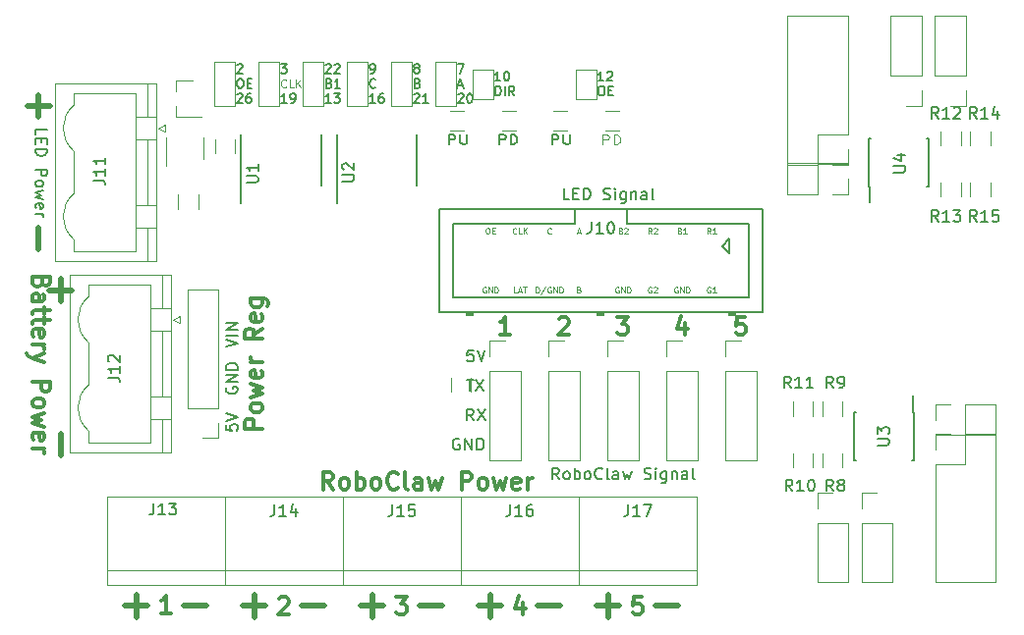
<source format=gto>
G04 #@! TF.FileFunction,Legend,Top*
%FSLAX46Y46*%
G04 Gerber Fmt 4.6, Leading zero omitted, Abs format (unit mm)*
G04 Created by KiCad (PCBNEW 4.0.7) date 08/21/18 18:23:19*
%MOMM*%
%LPD*%
G01*
G04 APERTURE LIST*
%ADD10C,0.100000*%
%ADD11C,0.125000*%
%ADD12C,0.150000*%
%ADD13C,0.200000*%
%ADD14C,0.300000*%
%ADD15C,0.508000*%
%ADD16C,0.120000*%
G04 APERTURE END LIST*
D10*
D11*
X127762095Y-29317905D02*
X127762095Y-28517905D01*
X128143048Y-28517905D01*
X128238286Y-28556000D01*
X128285905Y-28594095D01*
X128333524Y-28670286D01*
X128333524Y-28784571D01*
X128285905Y-28860762D01*
X128238286Y-28898857D01*
X128143048Y-28936952D01*
X127762095Y-28936952D01*
X128762095Y-29317905D02*
X128762095Y-28517905D01*
X129000190Y-28517905D01*
X129143048Y-28556000D01*
X129238286Y-28632190D01*
X129285905Y-28708381D01*
X129333524Y-28860762D01*
X129333524Y-28975048D01*
X129285905Y-29127429D01*
X129238286Y-29203619D01*
X129143048Y-29279810D01*
X129000190Y-29317905D01*
X128762095Y-29317905D01*
D12*
X123420286Y-29317905D02*
X123420286Y-28517905D01*
X123801239Y-28517905D01*
X123896477Y-28556000D01*
X123944096Y-28594095D01*
X123991715Y-28670286D01*
X123991715Y-28784571D01*
X123944096Y-28860762D01*
X123896477Y-28898857D01*
X123801239Y-28936952D01*
X123420286Y-28936952D01*
X124420286Y-28517905D02*
X124420286Y-29165524D01*
X124467905Y-29241714D01*
X124515524Y-29279810D01*
X124610762Y-29317905D01*
X124801239Y-29317905D01*
X124896477Y-29279810D01*
X124944096Y-29241714D01*
X124991715Y-29165524D01*
X124991715Y-28517905D01*
X118872095Y-29317905D02*
X118872095Y-28517905D01*
X119253048Y-28517905D01*
X119348286Y-28556000D01*
X119395905Y-28594095D01*
X119443524Y-28670286D01*
X119443524Y-28784571D01*
X119395905Y-28860762D01*
X119348286Y-28898857D01*
X119253048Y-28936952D01*
X118872095Y-28936952D01*
X119872095Y-29317905D02*
X119872095Y-28517905D01*
X120110190Y-28517905D01*
X120253048Y-28556000D01*
X120348286Y-28632190D01*
X120395905Y-28708381D01*
X120443524Y-28860762D01*
X120443524Y-28975048D01*
X120395905Y-29127429D01*
X120348286Y-29203619D01*
X120253048Y-29279810D01*
X120110190Y-29317905D01*
X119872095Y-29317905D01*
X114530286Y-29317905D02*
X114530286Y-28517905D01*
X114911239Y-28517905D01*
X115006477Y-28556000D01*
X115054096Y-28594095D01*
X115101715Y-28670286D01*
X115101715Y-28784571D01*
X115054096Y-28860762D01*
X115006477Y-28898857D01*
X114911239Y-28936952D01*
X114530286Y-28936952D01*
X115530286Y-28517905D02*
X115530286Y-29165524D01*
X115577905Y-29241714D01*
X115625524Y-29279810D01*
X115720762Y-29317905D01*
X115911239Y-29317905D01*
X116006477Y-29279810D01*
X116054096Y-29241714D01*
X116101715Y-29165524D01*
X116101715Y-28517905D01*
X127863524Y-23856905D02*
X127406381Y-23856905D01*
X127634952Y-23856905D02*
X127634952Y-23056905D01*
X127558762Y-23171190D01*
X127482571Y-23247381D01*
X127406381Y-23285476D01*
X128168286Y-23133095D02*
X128206381Y-23095000D01*
X128282572Y-23056905D01*
X128473048Y-23056905D01*
X128549238Y-23095000D01*
X128587334Y-23133095D01*
X128625429Y-23209286D01*
X128625429Y-23285476D01*
X128587334Y-23399762D01*
X128130191Y-23856905D01*
X128625429Y-23856905D01*
X127596857Y-24326905D02*
X127749238Y-24326905D01*
X127825429Y-24365000D01*
X127901619Y-24441190D01*
X127939714Y-24593571D01*
X127939714Y-24860238D01*
X127901619Y-25012619D01*
X127825429Y-25088810D01*
X127749238Y-25126905D01*
X127596857Y-25126905D01*
X127520667Y-25088810D01*
X127444476Y-25012619D01*
X127406381Y-24860238D01*
X127406381Y-24593571D01*
X127444476Y-24441190D01*
X127520667Y-24365000D01*
X127596857Y-24326905D01*
X128282571Y-24707857D02*
X128549238Y-24707857D01*
X128663524Y-25126905D02*
X128282571Y-25126905D01*
X128282571Y-24326905D01*
X128663524Y-24326905D01*
X118973524Y-23856905D02*
X118516381Y-23856905D01*
X118744952Y-23856905D02*
X118744952Y-23056905D01*
X118668762Y-23171190D01*
X118592571Y-23247381D01*
X118516381Y-23285476D01*
X119468762Y-23056905D02*
X119544953Y-23056905D01*
X119621143Y-23095000D01*
X119659238Y-23133095D01*
X119697334Y-23209286D01*
X119735429Y-23361667D01*
X119735429Y-23552143D01*
X119697334Y-23704524D01*
X119659238Y-23780714D01*
X119621143Y-23818810D01*
X119544953Y-23856905D01*
X119468762Y-23856905D01*
X119392572Y-23818810D01*
X119354476Y-23780714D01*
X119316381Y-23704524D01*
X119278286Y-23552143D01*
X119278286Y-23361667D01*
X119316381Y-23209286D01*
X119354476Y-23133095D01*
X119392572Y-23095000D01*
X119468762Y-23056905D01*
X118554476Y-25126905D02*
X118554476Y-24326905D01*
X118744952Y-24326905D01*
X118859238Y-24365000D01*
X118935429Y-24441190D01*
X118973524Y-24517381D01*
X119011619Y-24669762D01*
X119011619Y-24784048D01*
X118973524Y-24936429D01*
X118935429Y-25012619D01*
X118859238Y-25088810D01*
X118744952Y-25126905D01*
X118554476Y-25126905D01*
X119354476Y-25126905D02*
X119354476Y-24326905D01*
X120192571Y-25126905D02*
X119925904Y-24745952D01*
X119735428Y-25126905D02*
X119735428Y-24326905D01*
X120040190Y-24326905D01*
X120116381Y-24365000D01*
X120154476Y-24403095D01*
X120192571Y-24479286D01*
X120192571Y-24593571D01*
X120154476Y-24669762D01*
X120116381Y-24707857D01*
X120040190Y-24745952D01*
X119735428Y-24745952D01*
X115341381Y-25038095D02*
X115379476Y-25000000D01*
X115455667Y-24961905D01*
X115646143Y-24961905D01*
X115722333Y-25000000D01*
X115760429Y-25038095D01*
X115798524Y-25114286D01*
X115798524Y-25190476D01*
X115760429Y-25304762D01*
X115303286Y-25761905D01*
X115798524Y-25761905D01*
X116293762Y-24961905D02*
X116369953Y-24961905D01*
X116446143Y-25000000D01*
X116484238Y-25038095D01*
X116522334Y-25114286D01*
X116560429Y-25266667D01*
X116560429Y-25457143D01*
X116522334Y-25609524D01*
X116484238Y-25685714D01*
X116446143Y-25723810D01*
X116369953Y-25761905D01*
X116293762Y-25761905D01*
X116217572Y-25723810D01*
X116179476Y-25685714D01*
X116141381Y-25609524D01*
X116103286Y-25457143D01*
X116103286Y-25266667D01*
X116141381Y-25114286D01*
X116179476Y-25038095D01*
X116217572Y-25000000D01*
X116293762Y-24961905D01*
X115341381Y-24263333D02*
X115722333Y-24263333D01*
X115265190Y-24491905D02*
X115531857Y-23691905D01*
X115798524Y-24491905D01*
X115303286Y-22421905D02*
X115836619Y-22421905D01*
X115493762Y-23221905D01*
X111531381Y-25038095D02*
X111569476Y-25000000D01*
X111645667Y-24961905D01*
X111836143Y-24961905D01*
X111912333Y-25000000D01*
X111950429Y-25038095D01*
X111988524Y-25114286D01*
X111988524Y-25190476D01*
X111950429Y-25304762D01*
X111493286Y-25761905D01*
X111988524Y-25761905D01*
X112750429Y-25761905D02*
X112293286Y-25761905D01*
X112521857Y-25761905D02*
X112521857Y-24961905D01*
X112445667Y-25076190D01*
X112369476Y-25152381D01*
X112293286Y-25190476D01*
X111836143Y-24072857D02*
X111950429Y-24110952D01*
X111988524Y-24149048D01*
X112026619Y-24225238D01*
X112026619Y-24339524D01*
X111988524Y-24415714D01*
X111950429Y-24453810D01*
X111874238Y-24491905D01*
X111569476Y-24491905D01*
X111569476Y-23691905D01*
X111836143Y-23691905D01*
X111912333Y-23730000D01*
X111950429Y-23768095D01*
X111988524Y-23844286D01*
X111988524Y-23920476D01*
X111950429Y-23996667D01*
X111912333Y-24034762D01*
X111836143Y-24072857D01*
X111569476Y-24072857D01*
X111683762Y-22764762D02*
X111607571Y-22726667D01*
X111569476Y-22688571D01*
X111531381Y-22612381D01*
X111531381Y-22574286D01*
X111569476Y-22498095D01*
X111607571Y-22460000D01*
X111683762Y-22421905D01*
X111836143Y-22421905D01*
X111912333Y-22460000D01*
X111950429Y-22498095D01*
X111988524Y-22574286D01*
X111988524Y-22612381D01*
X111950429Y-22688571D01*
X111912333Y-22726667D01*
X111836143Y-22764762D01*
X111683762Y-22764762D01*
X111607571Y-22802857D01*
X111569476Y-22840952D01*
X111531381Y-22917143D01*
X111531381Y-23069524D01*
X111569476Y-23145714D01*
X111607571Y-23183810D01*
X111683762Y-23221905D01*
X111836143Y-23221905D01*
X111912333Y-23183810D01*
X111950429Y-23145714D01*
X111988524Y-23069524D01*
X111988524Y-22917143D01*
X111950429Y-22840952D01*
X111912333Y-22802857D01*
X111836143Y-22764762D01*
X108178524Y-25761905D02*
X107721381Y-25761905D01*
X107949952Y-25761905D02*
X107949952Y-24961905D01*
X107873762Y-25076190D01*
X107797571Y-25152381D01*
X107721381Y-25190476D01*
X108864238Y-24961905D02*
X108711857Y-24961905D01*
X108635667Y-25000000D01*
X108597572Y-25038095D01*
X108521381Y-25152381D01*
X108483286Y-25304762D01*
X108483286Y-25609524D01*
X108521381Y-25685714D01*
X108559476Y-25723810D01*
X108635667Y-25761905D01*
X108788048Y-25761905D01*
X108864238Y-25723810D01*
X108902334Y-25685714D01*
X108940429Y-25609524D01*
X108940429Y-25419048D01*
X108902334Y-25342857D01*
X108864238Y-25304762D01*
X108788048Y-25266667D01*
X108635667Y-25266667D01*
X108559476Y-25304762D01*
X108521381Y-25342857D01*
X108483286Y-25419048D01*
X108216619Y-24415714D02*
X108178524Y-24453810D01*
X108064238Y-24491905D01*
X107988048Y-24491905D01*
X107873762Y-24453810D01*
X107797571Y-24377619D01*
X107759476Y-24301429D01*
X107721381Y-24149048D01*
X107721381Y-24034762D01*
X107759476Y-23882381D01*
X107797571Y-23806190D01*
X107873762Y-23730000D01*
X107988048Y-23691905D01*
X108064238Y-23691905D01*
X108178524Y-23730000D01*
X108216619Y-23768095D01*
X107797571Y-23221905D02*
X107949952Y-23221905D01*
X108026143Y-23183810D01*
X108064238Y-23145714D01*
X108140429Y-23031429D01*
X108178524Y-22879048D01*
X108178524Y-22574286D01*
X108140429Y-22498095D01*
X108102333Y-22460000D01*
X108026143Y-22421905D01*
X107873762Y-22421905D01*
X107797571Y-22460000D01*
X107759476Y-22498095D01*
X107721381Y-22574286D01*
X107721381Y-22764762D01*
X107759476Y-22840952D01*
X107797571Y-22879048D01*
X107873762Y-22917143D01*
X108026143Y-22917143D01*
X108102333Y-22879048D01*
X108140429Y-22840952D01*
X108178524Y-22764762D01*
X104368524Y-25761905D02*
X103911381Y-25761905D01*
X104139952Y-25761905D02*
X104139952Y-24961905D01*
X104063762Y-25076190D01*
X103987571Y-25152381D01*
X103911381Y-25190476D01*
X104635191Y-24961905D02*
X105130429Y-24961905D01*
X104863762Y-25266667D01*
X104978048Y-25266667D01*
X105054238Y-25304762D01*
X105092334Y-25342857D01*
X105130429Y-25419048D01*
X105130429Y-25609524D01*
X105092334Y-25685714D01*
X105054238Y-25723810D01*
X104978048Y-25761905D01*
X104749476Y-25761905D01*
X104673286Y-25723810D01*
X104635191Y-25685714D01*
X104216143Y-24072857D02*
X104330429Y-24110952D01*
X104368524Y-24149048D01*
X104406619Y-24225238D01*
X104406619Y-24339524D01*
X104368524Y-24415714D01*
X104330429Y-24453810D01*
X104254238Y-24491905D01*
X103949476Y-24491905D01*
X103949476Y-23691905D01*
X104216143Y-23691905D01*
X104292333Y-23730000D01*
X104330429Y-23768095D01*
X104368524Y-23844286D01*
X104368524Y-23920476D01*
X104330429Y-23996667D01*
X104292333Y-24034762D01*
X104216143Y-24072857D01*
X103949476Y-24072857D01*
X105168524Y-24491905D02*
X104711381Y-24491905D01*
X104939952Y-24491905D02*
X104939952Y-23691905D01*
X104863762Y-23806190D01*
X104787571Y-23882381D01*
X104711381Y-23920476D01*
X103911381Y-22498095D02*
X103949476Y-22460000D01*
X104025667Y-22421905D01*
X104216143Y-22421905D01*
X104292333Y-22460000D01*
X104330429Y-22498095D01*
X104368524Y-22574286D01*
X104368524Y-22650476D01*
X104330429Y-22764762D01*
X103873286Y-23221905D01*
X104368524Y-23221905D01*
X104673286Y-22498095D02*
X104711381Y-22460000D01*
X104787572Y-22421905D01*
X104978048Y-22421905D01*
X105054238Y-22460000D01*
X105092334Y-22498095D01*
X105130429Y-22574286D01*
X105130429Y-22650476D01*
X105092334Y-22764762D01*
X104635191Y-23221905D01*
X105130429Y-23221905D01*
X100063286Y-22421905D02*
X100558524Y-22421905D01*
X100291857Y-22726667D01*
X100406143Y-22726667D01*
X100482333Y-22764762D01*
X100520429Y-22802857D01*
X100558524Y-22879048D01*
X100558524Y-23069524D01*
X100520429Y-23145714D01*
X100482333Y-23183810D01*
X100406143Y-23221905D01*
X100177571Y-23221905D01*
X100101381Y-23183810D01*
X100063286Y-23145714D01*
D10*
X100515667Y-24380000D02*
X100482333Y-24413333D01*
X100382333Y-24446667D01*
X100315667Y-24446667D01*
X100215667Y-24413333D01*
X100149000Y-24346667D01*
X100115667Y-24280000D01*
X100082333Y-24146667D01*
X100082333Y-24046667D01*
X100115667Y-23913333D01*
X100149000Y-23846667D01*
X100215667Y-23780000D01*
X100315667Y-23746667D01*
X100382333Y-23746667D01*
X100482333Y-23780000D01*
X100515667Y-23813333D01*
X101149000Y-24446667D02*
X100815667Y-24446667D01*
X100815667Y-23746667D01*
X101382334Y-24446667D02*
X101382334Y-23746667D01*
X101782334Y-24446667D02*
X101482334Y-24046667D01*
X101782334Y-23746667D02*
X101382334Y-24146667D01*
D12*
X100558524Y-25761905D02*
X100101381Y-25761905D01*
X100329952Y-25761905D02*
X100329952Y-24961905D01*
X100253762Y-25076190D01*
X100177571Y-25152381D01*
X100101381Y-25190476D01*
X100939476Y-25761905D02*
X101091857Y-25761905D01*
X101168048Y-25723810D01*
X101206143Y-25685714D01*
X101282334Y-25571429D01*
X101320429Y-25419048D01*
X101320429Y-25114286D01*
X101282334Y-25038095D01*
X101244238Y-25000000D01*
X101168048Y-24961905D01*
X101015667Y-24961905D01*
X100939476Y-25000000D01*
X100901381Y-25038095D01*
X100863286Y-25114286D01*
X100863286Y-25304762D01*
X100901381Y-25380952D01*
X100939476Y-25419048D01*
X101015667Y-25457143D01*
X101168048Y-25457143D01*
X101244238Y-25419048D01*
X101282334Y-25380952D01*
X101320429Y-25304762D01*
X96291381Y-25038095D02*
X96329476Y-25000000D01*
X96405667Y-24961905D01*
X96596143Y-24961905D01*
X96672333Y-25000000D01*
X96710429Y-25038095D01*
X96748524Y-25114286D01*
X96748524Y-25190476D01*
X96710429Y-25304762D01*
X96253286Y-25761905D01*
X96748524Y-25761905D01*
X97434238Y-24961905D02*
X97281857Y-24961905D01*
X97205667Y-25000000D01*
X97167572Y-25038095D01*
X97091381Y-25152381D01*
X97053286Y-25304762D01*
X97053286Y-25609524D01*
X97091381Y-25685714D01*
X97129476Y-25723810D01*
X97205667Y-25761905D01*
X97358048Y-25761905D01*
X97434238Y-25723810D01*
X97472334Y-25685714D01*
X97510429Y-25609524D01*
X97510429Y-25419048D01*
X97472334Y-25342857D01*
X97434238Y-25304762D01*
X97358048Y-25266667D01*
X97205667Y-25266667D01*
X97129476Y-25304762D01*
X97091381Y-25342857D01*
X97053286Y-25419048D01*
X96291381Y-22498095D02*
X96329476Y-22460000D01*
X96405667Y-22421905D01*
X96596143Y-22421905D01*
X96672333Y-22460000D01*
X96710429Y-22498095D01*
X96748524Y-22574286D01*
X96748524Y-22650476D01*
X96710429Y-22764762D01*
X96253286Y-23221905D01*
X96748524Y-23221905D01*
X96481857Y-23691905D02*
X96634238Y-23691905D01*
X96710429Y-23730000D01*
X96786619Y-23806190D01*
X96824714Y-23958571D01*
X96824714Y-24225238D01*
X96786619Y-24377619D01*
X96710429Y-24453810D01*
X96634238Y-24491905D01*
X96481857Y-24491905D01*
X96405667Y-24453810D01*
X96329476Y-24377619D01*
X96291381Y-24225238D01*
X96291381Y-23958571D01*
X96329476Y-23806190D01*
X96405667Y-23730000D01*
X96481857Y-23691905D01*
X97167571Y-24072857D02*
X97434238Y-24072857D01*
X97548524Y-24491905D02*
X97167571Y-24491905D01*
X97167571Y-23691905D01*
X97548524Y-23691905D01*
D10*
X125765714Y-41874286D02*
X125837143Y-41898095D01*
X125860952Y-41921905D01*
X125884762Y-41969524D01*
X125884762Y-42040952D01*
X125860952Y-42088571D01*
X125837143Y-42112381D01*
X125789524Y-42136190D01*
X125599048Y-42136190D01*
X125599048Y-41636190D01*
X125765714Y-41636190D01*
X125813333Y-41660000D01*
X125837143Y-41683810D01*
X125860952Y-41731429D01*
X125860952Y-41779048D01*
X125837143Y-41826667D01*
X125813333Y-41850476D01*
X125765714Y-41874286D01*
X125599048Y-41874286D01*
X122035238Y-42136190D02*
X122035238Y-41636190D01*
X122154285Y-41636190D01*
X122225714Y-41660000D01*
X122273333Y-41707619D01*
X122297142Y-41755238D01*
X122320952Y-41850476D01*
X122320952Y-41921905D01*
X122297142Y-42017143D01*
X122273333Y-42064762D01*
X122225714Y-42112381D01*
X122154285Y-42136190D01*
X122035238Y-42136190D01*
X122892380Y-41612381D02*
X122463809Y-42255238D01*
X123320952Y-41660000D02*
X123273333Y-41636190D01*
X123201905Y-41636190D01*
X123130476Y-41660000D01*
X123082857Y-41707619D01*
X123059048Y-41755238D01*
X123035238Y-41850476D01*
X123035238Y-41921905D01*
X123059048Y-42017143D01*
X123082857Y-42064762D01*
X123130476Y-42112381D01*
X123201905Y-42136190D01*
X123249524Y-42136190D01*
X123320952Y-42112381D01*
X123344762Y-42088571D01*
X123344762Y-41921905D01*
X123249524Y-41921905D01*
X123559048Y-42136190D02*
X123559048Y-41636190D01*
X123844762Y-42136190D01*
X123844762Y-41636190D01*
X124082858Y-42136190D02*
X124082858Y-41636190D01*
X124201905Y-41636190D01*
X124273334Y-41660000D01*
X124320953Y-41707619D01*
X124344762Y-41755238D01*
X124368572Y-41850476D01*
X124368572Y-41921905D01*
X124344762Y-42017143D01*
X124320953Y-42064762D01*
X124273334Y-42112381D01*
X124201905Y-42136190D01*
X124082858Y-42136190D01*
X123344762Y-37008571D02*
X123320952Y-37032381D01*
X123249524Y-37056190D01*
X123201905Y-37056190D01*
X123130476Y-37032381D01*
X123082857Y-36984762D01*
X123059048Y-36937143D01*
X123035238Y-36841905D01*
X123035238Y-36770476D01*
X123059048Y-36675238D01*
X123082857Y-36627619D01*
X123130476Y-36580000D01*
X123201905Y-36556190D01*
X123249524Y-36556190D01*
X123320952Y-36580000D01*
X123344762Y-36603810D01*
X125610953Y-36913333D02*
X125849048Y-36913333D01*
X125563334Y-37056190D02*
X125730001Y-36556190D01*
X125896667Y-37056190D01*
X120400001Y-42136190D02*
X120161906Y-42136190D01*
X120161906Y-41636190D01*
X120542858Y-41993333D02*
X120780953Y-41993333D01*
X120495239Y-42136190D02*
X120661906Y-41636190D01*
X120828572Y-42136190D01*
X120923810Y-41636190D02*
X121209524Y-41636190D01*
X121066667Y-42136190D02*
X121066667Y-41636190D01*
X117729047Y-41660000D02*
X117681428Y-41636190D01*
X117610000Y-41636190D01*
X117538571Y-41660000D01*
X117490952Y-41707619D01*
X117467143Y-41755238D01*
X117443333Y-41850476D01*
X117443333Y-41921905D01*
X117467143Y-42017143D01*
X117490952Y-42064762D01*
X117538571Y-42112381D01*
X117610000Y-42136190D01*
X117657619Y-42136190D01*
X117729047Y-42112381D01*
X117752857Y-42088571D01*
X117752857Y-41921905D01*
X117657619Y-41921905D01*
X117967143Y-42136190D02*
X117967143Y-41636190D01*
X118252857Y-42136190D01*
X118252857Y-41636190D01*
X118490953Y-42136190D02*
X118490953Y-41636190D01*
X118610000Y-41636190D01*
X118681429Y-41660000D01*
X118729048Y-41707619D01*
X118752857Y-41755238D01*
X118776667Y-41850476D01*
X118776667Y-41921905D01*
X118752857Y-42017143D01*
X118729048Y-42064762D01*
X118681429Y-42112381D01*
X118610000Y-42136190D01*
X118490953Y-42136190D01*
X117836191Y-36556190D02*
X117931429Y-36556190D01*
X117979048Y-36580000D01*
X118026667Y-36627619D01*
X118050476Y-36722857D01*
X118050476Y-36889524D01*
X118026667Y-36984762D01*
X117979048Y-37032381D01*
X117931429Y-37056190D01*
X117836191Y-37056190D01*
X117788572Y-37032381D01*
X117740953Y-36984762D01*
X117717143Y-36889524D01*
X117717143Y-36722857D01*
X117740953Y-36627619D01*
X117788572Y-36580000D01*
X117836191Y-36556190D01*
X118264763Y-36794286D02*
X118431429Y-36794286D01*
X118502858Y-37056190D02*
X118264763Y-37056190D01*
X118264763Y-36556190D01*
X118502858Y-36556190D01*
X120352381Y-37008571D02*
X120328571Y-37032381D01*
X120257143Y-37056190D01*
X120209524Y-37056190D01*
X120138095Y-37032381D01*
X120090476Y-36984762D01*
X120066667Y-36937143D01*
X120042857Y-36841905D01*
X120042857Y-36770476D01*
X120066667Y-36675238D01*
X120090476Y-36627619D01*
X120138095Y-36580000D01*
X120209524Y-36556190D01*
X120257143Y-36556190D01*
X120328571Y-36580000D01*
X120352381Y-36603810D01*
X120804762Y-37056190D02*
X120566667Y-37056190D01*
X120566667Y-36556190D01*
X120971429Y-37056190D02*
X120971429Y-36556190D01*
X121257143Y-37056190D02*
X121042857Y-36770476D01*
X121257143Y-36556190D02*
X120971429Y-36841905D01*
X131972857Y-41660000D02*
X131925238Y-41636190D01*
X131853810Y-41636190D01*
X131782381Y-41660000D01*
X131734762Y-41707619D01*
X131710953Y-41755238D01*
X131687143Y-41850476D01*
X131687143Y-41921905D01*
X131710953Y-42017143D01*
X131734762Y-42064762D01*
X131782381Y-42112381D01*
X131853810Y-42136190D01*
X131901429Y-42136190D01*
X131972857Y-42112381D01*
X131996667Y-42088571D01*
X131996667Y-41921905D01*
X131901429Y-41921905D01*
X132187143Y-41683810D02*
X132210953Y-41660000D01*
X132258572Y-41636190D01*
X132377619Y-41636190D01*
X132425238Y-41660000D01*
X132449048Y-41683810D01*
X132472857Y-41731429D01*
X132472857Y-41779048D01*
X132449048Y-41850476D01*
X132163334Y-42136190D01*
X132472857Y-42136190D01*
X129159047Y-41660000D02*
X129111428Y-41636190D01*
X129040000Y-41636190D01*
X128968571Y-41660000D01*
X128920952Y-41707619D01*
X128897143Y-41755238D01*
X128873333Y-41850476D01*
X128873333Y-41921905D01*
X128897143Y-42017143D01*
X128920952Y-42064762D01*
X128968571Y-42112381D01*
X129040000Y-42136190D01*
X129087619Y-42136190D01*
X129159047Y-42112381D01*
X129182857Y-42088571D01*
X129182857Y-41921905D01*
X129087619Y-41921905D01*
X129397143Y-42136190D02*
X129397143Y-41636190D01*
X129682857Y-42136190D01*
X129682857Y-41636190D01*
X129920953Y-42136190D02*
X129920953Y-41636190D01*
X130040000Y-41636190D01*
X130111429Y-41660000D01*
X130159048Y-41707619D01*
X130182857Y-41755238D01*
X130206667Y-41850476D01*
X130206667Y-41921905D01*
X130182857Y-42017143D01*
X130159048Y-42064762D01*
X130111429Y-42112381D01*
X130040000Y-42136190D01*
X129920953Y-42136190D01*
X129337619Y-36794286D02*
X129409048Y-36818095D01*
X129432857Y-36841905D01*
X129456667Y-36889524D01*
X129456667Y-36960952D01*
X129432857Y-37008571D01*
X129409048Y-37032381D01*
X129361429Y-37056190D01*
X129170953Y-37056190D01*
X129170953Y-36556190D01*
X129337619Y-36556190D01*
X129385238Y-36580000D01*
X129409048Y-36603810D01*
X129432857Y-36651429D01*
X129432857Y-36699048D01*
X129409048Y-36746667D01*
X129385238Y-36770476D01*
X129337619Y-36794286D01*
X129170953Y-36794286D01*
X129647143Y-36603810D02*
X129670953Y-36580000D01*
X129718572Y-36556190D01*
X129837619Y-36556190D01*
X129885238Y-36580000D01*
X129909048Y-36603810D01*
X129932857Y-36651429D01*
X129932857Y-36699048D01*
X129909048Y-36770476D01*
X129623334Y-37056190D01*
X129932857Y-37056190D01*
X131996667Y-37056190D02*
X131830000Y-36818095D01*
X131710953Y-37056190D02*
X131710953Y-36556190D01*
X131901429Y-36556190D01*
X131949048Y-36580000D01*
X131972857Y-36603810D01*
X131996667Y-36651429D01*
X131996667Y-36722857D01*
X131972857Y-36770476D01*
X131949048Y-36794286D01*
X131901429Y-36818095D01*
X131710953Y-36818095D01*
X132187143Y-36603810D02*
X132210953Y-36580000D01*
X132258572Y-36556190D01*
X132377619Y-36556190D01*
X132425238Y-36580000D01*
X132449048Y-36603810D01*
X132472857Y-36651429D01*
X132472857Y-36699048D01*
X132449048Y-36770476D01*
X132163334Y-37056190D01*
X132472857Y-37056190D01*
X134417619Y-36794286D02*
X134489048Y-36818095D01*
X134512857Y-36841905D01*
X134536667Y-36889524D01*
X134536667Y-36960952D01*
X134512857Y-37008571D01*
X134489048Y-37032381D01*
X134441429Y-37056190D01*
X134250953Y-37056190D01*
X134250953Y-36556190D01*
X134417619Y-36556190D01*
X134465238Y-36580000D01*
X134489048Y-36603810D01*
X134512857Y-36651429D01*
X134512857Y-36699048D01*
X134489048Y-36746667D01*
X134465238Y-36770476D01*
X134417619Y-36794286D01*
X134250953Y-36794286D01*
X135012857Y-37056190D02*
X134727143Y-37056190D01*
X134870000Y-37056190D02*
X134870000Y-36556190D01*
X134822381Y-36627619D01*
X134774762Y-36675238D01*
X134727143Y-36699048D01*
X134239047Y-41660000D02*
X134191428Y-41636190D01*
X134120000Y-41636190D01*
X134048571Y-41660000D01*
X134000952Y-41707619D01*
X133977143Y-41755238D01*
X133953333Y-41850476D01*
X133953333Y-41921905D01*
X133977143Y-42017143D01*
X134000952Y-42064762D01*
X134048571Y-42112381D01*
X134120000Y-42136190D01*
X134167619Y-42136190D01*
X134239047Y-42112381D01*
X134262857Y-42088571D01*
X134262857Y-41921905D01*
X134167619Y-41921905D01*
X134477143Y-42136190D02*
X134477143Y-41636190D01*
X134762857Y-42136190D01*
X134762857Y-41636190D01*
X135000953Y-42136190D02*
X135000953Y-41636190D01*
X135120000Y-41636190D01*
X135191429Y-41660000D01*
X135239048Y-41707619D01*
X135262857Y-41755238D01*
X135286667Y-41850476D01*
X135286667Y-41921905D01*
X135262857Y-42017143D01*
X135239048Y-42064762D01*
X135191429Y-42112381D01*
X135120000Y-42136190D01*
X135000953Y-42136190D01*
X137052857Y-41660000D02*
X137005238Y-41636190D01*
X136933810Y-41636190D01*
X136862381Y-41660000D01*
X136814762Y-41707619D01*
X136790953Y-41755238D01*
X136767143Y-41850476D01*
X136767143Y-41921905D01*
X136790953Y-42017143D01*
X136814762Y-42064762D01*
X136862381Y-42112381D01*
X136933810Y-42136190D01*
X136981429Y-42136190D01*
X137052857Y-42112381D01*
X137076667Y-42088571D01*
X137076667Y-41921905D01*
X136981429Y-41921905D01*
X137552857Y-42136190D02*
X137267143Y-42136190D01*
X137410000Y-42136190D02*
X137410000Y-41636190D01*
X137362381Y-41707619D01*
X137314762Y-41755238D01*
X137267143Y-41779048D01*
X137076667Y-37056190D02*
X136910000Y-36818095D01*
X136790953Y-37056190D02*
X136790953Y-36556190D01*
X136981429Y-36556190D01*
X137029048Y-36580000D01*
X137052857Y-36603810D01*
X137076667Y-36651429D01*
X137076667Y-36722857D01*
X137052857Y-36770476D01*
X137029048Y-36794286D01*
X136981429Y-36818095D01*
X136790953Y-36818095D01*
X137552857Y-37056190D02*
X137267143Y-37056190D01*
X137410000Y-37056190D02*
X137410000Y-36556190D01*
X137362381Y-36627619D01*
X137314762Y-36675238D01*
X137267143Y-36699048D01*
D13*
X95337381Y-53530476D02*
X95337381Y-54006667D01*
X95813571Y-54054286D01*
X95765952Y-54006667D01*
X95718333Y-53911429D01*
X95718333Y-53673333D01*
X95765952Y-53578095D01*
X95813571Y-53530476D01*
X95908810Y-53482857D01*
X96146905Y-53482857D01*
X96242143Y-53530476D01*
X96289762Y-53578095D01*
X96337381Y-53673333D01*
X96337381Y-53911429D01*
X96289762Y-54006667D01*
X96242143Y-54054286D01*
X95337381Y-53197143D02*
X96337381Y-52863810D01*
X95337381Y-52530476D01*
X95385000Y-50291904D02*
X95337381Y-50387142D01*
X95337381Y-50529999D01*
X95385000Y-50672857D01*
X95480238Y-50768095D01*
X95575476Y-50815714D01*
X95765952Y-50863333D01*
X95908810Y-50863333D01*
X96099286Y-50815714D01*
X96194524Y-50768095D01*
X96289762Y-50672857D01*
X96337381Y-50529999D01*
X96337381Y-50434761D01*
X96289762Y-50291904D01*
X96242143Y-50244285D01*
X95908810Y-50244285D01*
X95908810Y-50434761D01*
X96337381Y-49815714D02*
X95337381Y-49815714D01*
X96337381Y-49244285D01*
X95337381Y-49244285D01*
X96337381Y-48768095D02*
X95337381Y-48768095D01*
X95337381Y-48530000D01*
X95385000Y-48387142D01*
X95480238Y-48291904D01*
X95575476Y-48244285D01*
X95765952Y-48196666D01*
X95908810Y-48196666D01*
X96099286Y-48244285D01*
X96194524Y-48291904D01*
X96289762Y-48387142D01*
X96337381Y-48530000D01*
X96337381Y-48768095D01*
X95337381Y-46815238D02*
X96337381Y-46481905D01*
X95337381Y-46148571D01*
X96337381Y-45815238D02*
X95337381Y-45815238D01*
X96337381Y-45339048D02*
X95337381Y-45339048D01*
X96337381Y-44767619D01*
X95337381Y-44767619D01*
D14*
X98468571Y-53867142D02*
X96968571Y-53867142D01*
X96968571Y-53295714D01*
X97040000Y-53152856D01*
X97111429Y-53081428D01*
X97254286Y-53009999D01*
X97468571Y-53009999D01*
X97611429Y-53081428D01*
X97682857Y-53152856D01*
X97754286Y-53295714D01*
X97754286Y-53867142D01*
X98468571Y-52152856D02*
X98397143Y-52295714D01*
X98325714Y-52367142D01*
X98182857Y-52438571D01*
X97754286Y-52438571D01*
X97611429Y-52367142D01*
X97540000Y-52295714D01*
X97468571Y-52152856D01*
X97468571Y-51938571D01*
X97540000Y-51795714D01*
X97611429Y-51724285D01*
X97754286Y-51652856D01*
X98182857Y-51652856D01*
X98325714Y-51724285D01*
X98397143Y-51795714D01*
X98468571Y-51938571D01*
X98468571Y-52152856D01*
X97468571Y-51152856D02*
X98468571Y-50867142D01*
X97754286Y-50581428D01*
X98468571Y-50295713D01*
X97468571Y-50009999D01*
X98397143Y-48867142D02*
X98468571Y-49009999D01*
X98468571Y-49295713D01*
X98397143Y-49438570D01*
X98254286Y-49509999D01*
X97682857Y-49509999D01*
X97540000Y-49438570D01*
X97468571Y-49295713D01*
X97468571Y-49009999D01*
X97540000Y-48867142D01*
X97682857Y-48795713D01*
X97825714Y-48795713D01*
X97968571Y-49509999D01*
X98468571Y-48152856D02*
X97468571Y-48152856D01*
X97754286Y-48152856D02*
X97611429Y-48081428D01*
X97540000Y-48009999D01*
X97468571Y-47867142D01*
X97468571Y-47724285D01*
X98468571Y-45224285D02*
X97754286Y-45724285D01*
X98468571Y-46081428D02*
X96968571Y-46081428D01*
X96968571Y-45510000D01*
X97040000Y-45367142D01*
X97111429Y-45295714D01*
X97254286Y-45224285D01*
X97468571Y-45224285D01*
X97611429Y-45295714D01*
X97682857Y-45367142D01*
X97754286Y-45510000D01*
X97754286Y-46081428D01*
X98397143Y-44010000D02*
X98468571Y-44152857D01*
X98468571Y-44438571D01*
X98397143Y-44581428D01*
X98254286Y-44652857D01*
X97682857Y-44652857D01*
X97540000Y-44581428D01*
X97468571Y-44438571D01*
X97468571Y-44152857D01*
X97540000Y-44010000D01*
X97682857Y-43938571D01*
X97825714Y-43938571D01*
X97968571Y-44652857D01*
X97468571Y-42652857D02*
X98682857Y-42652857D01*
X98825714Y-42724286D01*
X98897143Y-42795714D01*
X98968571Y-42938571D01*
X98968571Y-43152857D01*
X98897143Y-43295714D01*
X98397143Y-42652857D02*
X98468571Y-42795714D01*
X98468571Y-43081428D01*
X98397143Y-43224286D01*
X98325714Y-43295714D01*
X98182857Y-43367143D01*
X97754286Y-43367143D01*
X97611429Y-43295714D01*
X97540000Y-43224286D01*
X97468571Y-43081428D01*
X97468571Y-42795714D01*
X97540000Y-42652857D01*
D13*
X124912857Y-34107381D02*
X124436666Y-34107381D01*
X124436666Y-33107381D01*
X125246190Y-33583571D02*
X125579524Y-33583571D01*
X125722381Y-34107381D02*
X125246190Y-34107381D01*
X125246190Y-33107381D01*
X125722381Y-33107381D01*
X126150952Y-34107381D02*
X126150952Y-33107381D01*
X126389047Y-33107381D01*
X126531905Y-33155000D01*
X126627143Y-33250238D01*
X126674762Y-33345476D01*
X126722381Y-33535952D01*
X126722381Y-33678810D01*
X126674762Y-33869286D01*
X126627143Y-33964524D01*
X126531905Y-34059762D01*
X126389047Y-34107381D01*
X126150952Y-34107381D01*
X127865238Y-34059762D02*
X128008095Y-34107381D01*
X128246191Y-34107381D01*
X128341429Y-34059762D01*
X128389048Y-34012143D01*
X128436667Y-33916905D01*
X128436667Y-33821667D01*
X128389048Y-33726429D01*
X128341429Y-33678810D01*
X128246191Y-33631190D01*
X128055714Y-33583571D01*
X127960476Y-33535952D01*
X127912857Y-33488333D01*
X127865238Y-33393095D01*
X127865238Y-33297857D01*
X127912857Y-33202619D01*
X127960476Y-33155000D01*
X128055714Y-33107381D01*
X128293810Y-33107381D01*
X128436667Y-33155000D01*
X128865238Y-34107381D02*
X128865238Y-33440714D01*
X128865238Y-33107381D02*
X128817619Y-33155000D01*
X128865238Y-33202619D01*
X128912857Y-33155000D01*
X128865238Y-33107381D01*
X128865238Y-33202619D01*
X129770000Y-33440714D02*
X129770000Y-34250238D01*
X129722381Y-34345476D01*
X129674762Y-34393095D01*
X129579523Y-34440714D01*
X129436666Y-34440714D01*
X129341428Y-34393095D01*
X129770000Y-34059762D02*
X129674762Y-34107381D01*
X129484285Y-34107381D01*
X129389047Y-34059762D01*
X129341428Y-34012143D01*
X129293809Y-33916905D01*
X129293809Y-33631190D01*
X129341428Y-33535952D01*
X129389047Y-33488333D01*
X129484285Y-33440714D01*
X129674762Y-33440714D01*
X129770000Y-33488333D01*
X130246190Y-33440714D02*
X130246190Y-34107381D01*
X130246190Y-33535952D02*
X130293809Y-33488333D01*
X130389047Y-33440714D01*
X130531905Y-33440714D01*
X130627143Y-33488333D01*
X130674762Y-33583571D01*
X130674762Y-34107381D01*
X131579524Y-34107381D02*
X131579524Y-33583571D01*
X131531905Y-33488333D01*
X131436667Y-33440714D01*
X131246190Y-33440714D01*
X131150952Y-33488333D01*
X131579524Y-34059762D02*
X131484286Y-34107381D01*
X131246190Y-34107381D01*
X131150952Y-34059762D01*
X131103333Y-33964524D01*
X131103333Y-33869286D01*
X131150952Y-33774048D01*
X131246190Y-33726429D01*
X131484286Y-33726429D01*
X131579524Y-33678810D01*
X132198571Y-34107381D02*
X132103333Y-34059762D01*
X132055714Y-33964524D01*
X132055714Y-33107381D01*
X115443096Y-54745000D02*
X115347858Y-54697381D01*
X115205001Y-54697381D01*
X115062143Y-54745000D01*
X114966905Y-54840238D01*
X114919286Y-54935476D01*
X114871667Y-55125952D01*
X114871667Y-55268810D01*
X114919286Y-55459286D01*
X114966905Y-55554524D01*
X115062143Y-55649762D01*
X115205001Y-55697381D01*
X115300239Y-55697381D01*
X115443096Y-55649762D01*
X115490715Y-55602143D01*
X115490715Y-55268810D01*
X115300239Y-55268810D01*
X115919286Y-55697381D02*
X115919286Y-54697381D01*
X116490715Y-55697381D01*
X116490715Y-54697381D01*
X116966905Y-55697381D02*
X116966905Y-54697381D01*
X117205000Y-54697381D01*
X117347858Y-54745000D01*
X117443096Y-54840238D01*
X117490715Y-54935476D01*
X117538334Y-55125952D01*
X117538334Y-55268810D01*
X117490715Y-55459286D01*
X117443096Y-55554524D01*
X117347858Y-55649762D01*
X117205000Y-55697381D01*
X116966905Y-55697381D01*
X116673334Y-53157381D02*
X116340000Y-52681190D01*
X116101905Y-53157381D02*
X116101905Y-52157381D01*
X116482858Y-52157381D01*
X116578096Y-52205000D01*
X116625715Y-52252619D01*
X116673334Y-52347857D01*
X116673334Y-52490714D01*
X116625715Y-52585952D01*
X116578096Y-52633571D01*
X116482858Y-52681190D01*
X116101905Y-52681190D01*
X117006667Y-52157381D02*
X117673334Y-53157381D01*
X117673334Y-52157381D02*
X117006667Y-53157381D01*
X116078095Y-49617381D02*
X116649524Y-49617381D01*
X116363809Y-50617381D02*
X116363809Y-49617381D01*
X116887619Y-49617381D02*
X117554286Y-50617381D01*
X117554286Y-49617381D02*
X116887619Y-50617381D01*
X116649524Y-47077381D02*
X116173333Y-47077381D01*
X116125714Y-47553571D01*
X116173333Y-47505952D01*
X116268571Y-47458333D01*
X116506667Y-47458333D01*
X116601905Y-47505952D01*
X116649524Y-47553571D01*
X116697143Y-47648810D01*
X116697143Y-47886905D01*
X116649524Y-47982143D01*
X116601905Y-48029762D01*
X116506667Y-48077381D01*
X116268571Y-48077381D01*
X116173333Y-48029762D01*
X116125714Y-47982143D01*
X116982857Y-47077381D02*
X117316190Y-48077381D01*
X117649524Y-47077381D01*
D14*
X140057144Y-44263571D02*
X139342858Y-44263571D01*
X139271429Y-44977857D01*
X139342858Y-44906429D01*
X139485715Y-44835000D01*
X139842858Y-44835000D01*
X139985715Y-44906429D01*
X140057144Y-44977857D01*
X140128572Y-45120714D01*
X140128572Y-45477857D01*
X140057144Y-45620714D01*
X139985715Y-45692143D01*
X139842858Y-45763571D01*
X139485715Y-45763571D01*
X139342858Y-45692143D01*
X139271429Y-45620714D01*
X134905715Y-44763571D02*
X134905715Y-45763571D01*
X134548572Y-44192143D02*
X134191429Y-45263571D01*
X135120001Y-45263571D01*
X129040001Y-44263571D02*
X129968572Y-44263571D01*
X129468572Y-44835000D01*
X129682858Y-44835000D01*
X129825715Y-44906429D01*
X129897144Y-44977857D01*
X129968572Y-45120714D01*
X129968572Y-45477857D01*
X129897144Y-45620714D01*
X129825715Y-45692143D01*
X129682858Y-45763571D01*
X129254286Y-45763571D01*
X129111429Y-45692143D01*
X129040001Y-45620714D01*
X124031429Y-44406429D02*
X124102858Y-44335000D01*
X124245715Y-44263571D01*
X124602858Y-44263571D01*
X124745715Y-44335000D01*
X124817144Y-44406429D01*
X124888572Y-44549286D01*
X124888572Y-44692143D01*
X124817144Y-44906429D01*
X123960001Y-45763571D01*
X124888572Y-45763571D01*
X119808572Y-45763571D02*
X118951429Y-45763571D01*
X119380001Y-45763571D02*
X119380001Y-44263571D01*
X119237144Y-44477857D01*
X119094286Y-44620714D01*
X118951429Y-44692143D01*
D13*
X124040000Y-58237381D02*
X123706666Y-57761190D01*
X123468571Y-58237381D02*
X123468571Y-57237381D01*
X123849524Y-57237381D01*
X123944762Y-57285000D01*
X123992381Y-57332619D01*
X124040000Y-57427857D01*
X124040000Y-57570714D01*
X123992381Y-57665952D01*
X123944762Y-57713571D01*
X123849524Y-57761190D01*
X123468571Y-57761190D01*
X124611428Y-58237381D02*
X124516190Y-58189762D01*
X124468571Y-58142143D01*
X124420952Y-58046905D01*
X124420952Y-57761190D01*
X124468571Y-57665952D01*
X124516190Y-57618333D01*
X124611428Y-57570714D01*
X124754286Y-57570714D01*
X124849524Y-57618333D01*
X124897143Y-57665952D01*
X124944762Y-57761190D01*
X124944762Y-58046905D01*
X124897143Y-58142143D01*
X124849524Y-58189762D01*
X124754286Y-58237381D01*
X124611428Y-58237381D01*
X125373333Y-58237381D02*
X125373333Y-57237381D01*
X125373333Y-57618333D02*
X125468571Y-57570714D01*
X125659048Y-57570714D01*
X125754286Y-57618333D01*
X125801905Y-57665952D01*
X125849524Y-57761190D01*
X125849524Y-58046905D01*
X125801905Y-58142143D01*
X125754286Y-58189762D01*
X125659048Y-58237381D01*
X125468571Y-58237381D01*
X125373333Y-58189762D01*
X126420952Y-58237381D02*
X126325714Y-58189762D01*
X126278095Y-58142143D01*
X126230476Y-58046905D01*
X126230476Y-57761190D01*
X126278095Y-57665952D01*
X126325714Y-57618333D01*
X126420952Y-57570714D01*
X126563810Y-57570714D01*
X126659048Y-57618333D01*
X126706667Y-57665952D01*
X126754286Y-57761190D01*
X126754286Y-58046905D01*
X126706667Y-58142143D01*
X126659048Y-58189762D01*
X126563810Y-58237381D01*
X126420952Y-58237381D01*
X127754286Y-58142143D02*
X127706667Y-58189762D01*
X127563810Y-58237381D01*
X127468572Y-58237381D01*
X127325714Y-58189762D01*
X127230476Y-58094524D01*
X127182857Y-57999286D01*
X127135238Y-57808810D01*
X127135238Y-57665952D01*
X127182857Y-57475476D01*
X127230476Y-57380238D01*
X127325714Y-57285000D01*
X127468572Y-57237381D01*
X127563810Y-57237381D01*
X127706667Y-57285000D01*
X127754286Y-57332619D01*
X128325714Y-58237381D02*
X128230476Y-58189762D01*
X128182857Y-58094524D01*
X128182857Y-57237381D01*
X129135239Y-58237381D02*
X129135239Y-57713571D01*
X129087620Y-57618333D01*
X128992382Y-57570714D01*
X128801905Y-57570714D01*
X128706667Y-57618333D01*
X129135239Y-58189762D02*
X129040001Y-58237381D01*
X128801905Y-58237381D01*
X128706667Y-58189762D01*
X128659048Y-58094524D01*
X128659048Y-57999286D01*
X128706667Y-57904048D01*
X128801905Y-57856429D01*
X129040001Y-57856429D01*
X129135239Y-57808810D01*
X129516191Y-57570714D02*
X129706667Y-58237381D01*
X129897144Y-57761190D01*
X130087620Y-58237381D01*
X130278096Y-57570714D01*
X131373334Y-58189762D02*
X131516191Y-58237381D01*
X131754287Y-58237381D01*
X131849525Y-58189762D01*
X131897144Y-58142143D01*
X131944763Y-58046905D01*
X131944763Y-57951667D01*
X131897144Y-57856429D01*
X131849525Y-57808810D01*
X131754287Y-57761190D01*
X131563810Y-57713571D01*
X131468572Y-57665952D01*
X131420953Y-57618333D01*
X131373334Y-57523095D01*
X131373334Y-57427857D01*
X131420953Y-57332619D01*
X131468572Y-57285000D01*
X131563810Y-57237381D01*
X131801906Y-57237381D01*
X131944763Y-57285000D01*
X132373334Y-58237381D02*
X132373334Y-57570714D01*
X132373334Y-57237381D02*
X132325715Y-57285000D01*
X132373334Y-57332619D01*
X132420953Y-57285000D01*
X132373334Y-57237381D01*
X132373334Y-57332619D01*
X133278096Y-57570714D02*
X133278096Y-58380238D01*
X133230477Y-58475476D01*
X133182858Y-58523095D01*
X133087619Y-58570714D01*
X132944762Y-58570714D01*
X132849524Y-58523095D01*
X133278096Y-58189762D02*
X133182858Y-58237381D01*
X132992381Y-58237381D01*
X132897143Y-58189762D01*
X132849524Y-58142143D01*
X132801905Y-58046905D01*
X132801905Y-57761190D01*
X132849524Y-57665952D01*
X132897143Y-57618333D01*
X132992381Y-57570714D01*
X133182858Y-57570714D01*
X133278096Y-57618333D01*
X133754286Y-57570714D02*
X133754286Y-58237381D01*
X133754286Y-57665952D02*
X133801905Y-57618333D01*
X133897143Y-57570714D01*
X134040001Y-57570714D01*
X134135239Y-57618333D01*
X134182858Y-57713571D01*
X134182858Y-58237381D01*
X135087620Y-58237381D02*
X135087620Y-57713571D01*
X135040001Y-57618333D01*
X134944763Y-57570714D01*
X134754286Y-57570714D01*
X134659048Y-57618333D01*
X135087620Y-58189762D02*
X134992382Y-58237381D01*
X134754286Y-58237381D01*
X134659048Y-58189762D01*
X134611429Y-58094524D01*
X134611429Y-57999286D01*
X134659048Y-57904048D01*
X134754286Y-57856429D01*
X134992382Y-57856429D01*
X135087620Y-57808810D01*
X135706667Y-58237381D02*
X135611429Y-58189762D01*
X135563810Y-58094524D01*
X135563810Y-57237381D01*
D14*
X131167144Y-68393571D02*
X130452858Y-68393571D01*
X130381429Y-69107857D01*
X130452858Y-69036429D01*
X130595715Y-68965000D01*
X130952858Y-68965000D01*
X131095715Y-69036429D01*
X131167144Y-69107857D01*
X131238572Y-69250714D01*
X131238572Y-69607857D01*
X131167144Y-69750714D01*
X131095715Y-69822143D01*
X130952858Y-69893571D01*
X130595715Y-69893571D01*
X130452858Y-69822143D01*
X130381429Y-69750714D01*
X120935715Y-68893571D02*
X120935715Y-69893571D01*
X120578572Y-68322143D02*
X120221429Y-69393571D01*
X121150001Y-69393571D01*
X109990001Y-68393571D02*
X110918572Y-68393571D01*
X110418572Y-68965000D01*
X110632858Y-68965000D01*
X110775715Y-69036429D01*
X110847144Y-69107857D01*
X110918572Y-69250714D01*
X110918572Y-69607857D01*
X110847144Y-69750714D01*
X110775715Y-69822143D01*
X110632858Y-69893571D01*
X110204286Y-69893571D01*
X110061429Y-69822143D01*
X109990001Y-69750714D01*
X99901429Y-68536429D02*
X99972858Y-68465000D01*
X100115715Y-68393571D01*
X100472858Y-68393571D01*
X100615715Y-68465000D01*
X100687144Y-68536429D01*
X100758572Y-68679286D01*
X100758572Y-68822143D01*
X100687144Y-69036429D01*
X99830001Y-69893571D01*
X100758572Y-69893571D01*
X90598572Y-69766571D02*
X89741429Y-69766571D01*
X90170001Y-69766571D02*
X90170001Y-68266571D01*
X90027144Y-68480857D01*
X89884286Y-68623714D01*
X89741429Y-68695143D01*
X104577572Y-59098571D02*
X104077572Y-58384286D01*
X103720429Y-59098571D02*
X103720429Y-57598571D01*
X104291857Y-57598571D01*
X104434715Y-57670000D01*
X104506143Y-57741429D01*
X104577572Y-57884286D01*
X104577572Y-58098571D01*
X104506143Y-58241429D01*
X104434715Y-58312857D01*
X104291857Y-58384286D01*
X103720429Y-58384286D01*
X105434715Y-59098571D02*
X105291857Y-59027143D01*
X105220429Y-58955714D01*
X105149000Y-58812857D01*
X105149000Y-58384286D01*
X105220429Y-58241429D01*
X105291857Y-58170000D01*
X105434715Y-58098571D01*
X105649000Y-58098571D01*
X105791857Y-58170000D01*
X105863286Y-58241429D01*
X105934715Y-58384286D01*
X105934715Y-58812857D01*
X105863286Y-58955714D01*
X105791857Y-59027143D01*
X105649000Y-59098571D01*
X105434715Y-59098571D01*
X106577572Y-59098571D02*
X106577572Y-57598571D01*
X106577572Y-58170000D02*
X106720429Y-58098571D01*
X107006143Y-58098571D01*
X107149000Y-58170000D01*
X107220429Y-58241429D01*
X107291858Y-58384286D01*
X107291858Y-58812857D01*
X107220429Y-58955714D01*
X107149000Y-59027143D01*
X107006143Y-59098571D01*
X106720429Y-59098571D01*
X106577572Y-59027143D01*
X108149001Y-59098571D02*
X108006143Y-59027143D01*
X107934715Y-58955714D01*
X107863286Y-58812857D01*
X107863286Y-58384286D01*
X107934715Y-58241429D01*
X108006143Y-58170000D01*
X108149001Y-58098571D01*
X108363286Y-58098571D01*
X108506143Y-58170000D01*
X108577572Y-58241429D01*
X108649001Y-58384286D01*
X108649001Y-58812857D01*
X108577572Y-58955714D01*
X108506143Y-59027143D01*
X108363286Y-59098571D01*
X108149001Y-59098571D01*
X110149001Y-58955714D02*
X110077572Y-59027143D01*
X109863286Y-59098571D01*
X109720429Y-59098571D01*
X109506144Y-59027143D01*
X109363286Y-58884286D01*
X109291858Y-58741429D01*
X109220429Y-58455714D01*
X109220429Y-58241429D01*
X109291858Y-57955714D01*
X109363286Y-57812857D01*
X109506144Y-57670000D01*
X109720429Y-57598571D01*
X109863286Y-57598571D01*
X110077572Y-57670000D01*
X110149001Y-57741429D01*
X111006144Y-59098571D02*
X110863286Y-59027143D01*
X110791858Y-58884286D01*
X110791858Y-57598571D01*
X112220429Y-59098571D02*
X112220429Y-58312857D01*
X112149000Y-58170000D01*
X112006143Y-58098571D01*
X111720429Y-58098571D01*
X111577572Y-58170000D01*
X112220429Y-59027143D02*
X112077572Y-59098571D01*
X111720429Y-59098571D01*
X111577572Y-59027143D01*
X111506143Y-58884286D01*
X111506143Y-58741429D01*
X111577572Y-58598571D01*
X111720429Y-58527143D01*
X112077572Y-58527143D01*
X112220429Y-58455714D01*
X112791858Y-58098571D02*
X113077572Y-59098571D01*
X113363286Y-58384286D01*
X113649001Y-59098571D01*
X113934715Y-58098571D01*
X115649001Y-59098571D02*
X115649001Y-57598571D01*
X116220429Y-57598571D01*
X116363287Y-57670000D01*
X116434715Y-57741429D01*
X116506144Y-57884286D01*
X116506144Y-58098571D01*
X116434715Y-58241429D01*
X116363287Y-58312857D01*
X116220429Y-58384286D01*
X115649001Y-58384286D01*
X117363287Y-59098571D02*
X117220429Y-59027143D01*
X117149001Y-58955714D01*
X117077572Y-58812857D01*
X117077572Y-58384286D01*
X117149001Y-58241429D01*
X117220429Y-58170000D01*
X117363287Y-58098571D01*
X117577572Y-58098571D01*
X117720429Y-58170000D01*
X117791858Y-58241429D01*
X117863287Y-58384286D01*
X117863287Y-58812857D01*
X117791858Y-58955714D01*
X117720429Y-59027143D01*
X117577572Y-59098571D01*
X117363287Y-59098571D01*
X118363287Y-58098571D02*
X118649001Y-59098571D01*
X118934715Y-58384286D01*
X119220430Y-59098571D01*
X119506144Y-58098571D01*
X120649001Y-59027143D02*
X120506144Y-59098571D01*
X120220430Y-59098571D01*
X120077573Y-59027143D01*
X120006144Y-58884286D01*
X120006144Y-58312857D01*
X120077573Y-58170000D01*
X120220430Y-58098571D01*
X120506144Y-58098571D01*
X120649001Y-58170000D01*
X120720430Y-58312857D01*
X120720430Y-58455714D01*
X120006144Y-58598571D01*
X121363287Y-59098571D02*
X121363287Y-58098571D01*
X121363287Y-58384286D02*
X121434715Y-58241429D01*
X121506144Y-58170000D01*
X121649001Y-58098571D01*
X121791858Y-58098571D01*
D13*
X78922619Y-28511905D02*
X78922619Y-28035714D01*
X79922619Y-28035714D01*
X79446429Y-28845238D02*
X79446429Y-29178572D01*
X78922619Y-29321429D02*
X78922619Y-28845238D01*
X79922619Y-28845238D01*
X79922619Y-29321429D01*
X78922619Y-29750000D02*
X79922619Y-29750000D01*
X79922619Y-29988095D01*
X79875000Y-30130953D01*
X79779762Y-30226191D01*
X79684524Y-30273810D01*
X79494048Y-30321429D01*
X79351190Y-30321429D01*
X79160714Y-30273810D01*
X79065476Y-30226191D01*
X78970238Y-30130953D01*
X78922619Y-29988095D01*
X78922619Y-29750000D01*
X78922619Y-31511905D02*
X79922619Y-31511905D01*
X79922619Y-31892858D01*
X79875000Y-31988096D01*
X79827381Y-32035715D01*
X79732143Y-32083334D01*
X79589286Y-32083334D01*
X79494048Y-32035715D01*
X79446429Y-31988096D01*
X79398810Y-31892858D01*
X79398810Y-31511905D01*
X78922619Y-32654762D02*
X78970238Y-32559524D01*
X79017857Y-32511905D01*
X79113095Y-32464286D01*
X79398810Y-32464286D01*
X79494048Y-32511905D01*
X79541667Y-32559524D01*
X79589286Y-32654762D01*
X79589286Y-32797620D01*
X79541667Y-32892858D01*
X79494048Y-32940477D01*
X79398810Y-32988096D01*
X79113095Y-32988096D01*
X79017857Y-32940477D01*
X78970238Y-32892858D01*
X78922619Y-32797620D01*
X78922619Y-32654762D01*
X79589286Y-33321429D02*
X78922619Y-33511905D01*
X79398810Y-33702382D01*
X78922619Y-33892858D01*
X79589286Y-34083334D01*
X78970238Y-34845239D02*
X78922619Y-34750001D01*
X78922619Y-34559524D01*
X78970238Y-34464286D01*
X79065476Y-34416667D01*
X79446429Y-34416667D01*
X79541667Y-34464286D01*
X79589286Y-34559524D01*
X79589286Y-34750001D01*
X79541667Y-34845239D01*
X79446429Y-34892858D01*
X79351190Y-34892858D01*
X79255952Y-34416667D01*
X78922619Y-35321429D02*
X79589286Y-35321429D01*
X79398810Y-35321429D02*
X79494048Y-35369048D01*
X79541667Y-35416667D01*
X79589286Y-35511905D01*
X79589286Y-35607144D01*
D14*
X79482143Y-41260001D02*
X79410714Y-41474287D01*
X79339286Y-41545715D01*
X79196429Y-41617144D01*
X78982143Y-41617144D01*
X78839286Y-41545715D01*
X78767857Y-41474287D01*
X78696429Y-41331429D01*
X78696429Y-40760001D01*
X80196429Y-40760001D01*
X80196429Y-41260001D01*
X80125000Y-41402858D01*
X80053571Y-41474287D01*
X79910714Y-41545715D01*
X79767857Y-41545715D01*
X79625000Y-41474287D01*
X79553571Y-41402858D01*
X79482143Y-41260001D01*
X79482143Y-40760001D01*
X78696429Y-42902858D02*
X79482143Y-42902858D01*
X79625000Y-42831429D01*
X79696429Y-42688572D01*
X79696429Y-42402858D01*
X79625000Y-42260001D01*
X78767857Y-42902858D02*
X78696429Y-42760001D01*
X78696429Y-42402858D01*
X78767857Y-42260001D01*
X78910714Y-42188572D01*
X79053571Y-42188572D01*
X79196429Y-42260001D01*
X79267857Y-42402858D01*
X79267857Y-42760001D01*
X79339286Y-42902858D01*
X79696429Y-43402858D02*
X79696429Y-43974287D01*
X80196429Y-43617144D02*
X78910714Y-43617144D01*
X78767857Y-43688572D01*
X78696429Y-43831430D01*
X78696429Y-43974287D01*
X79696429Y-44260001D02*
X79696429Y-44831430D01*
X80196429Y-44474287D02*
X78910714Y-44474287D01*
X78767857Y-44545715D01*
X78696429Y-44688573D01*
X78696429Y-44831430D01*
X78767857Y-45902858D02*
X78696429Y-45760001D01*
X78696429Y-45474287D01*
X78767857Y-45331430D01*
X78910714Y-45260001D01*
X79482143Y-45260001D01*
X79625000Y-45331430D01*
X79696429Y-45474287D01*
X79696429Y-45760001D01*
X79625000Y-45902858D01*
X79482143Y-45974287D01*
X79339286Y-45974287D01*
X79196429Y-45260001D01*
X78696429Y-46617144D02*
X79696429Y-46617144D01*
X79410714Y-46617144D02*
X79553571Y-46688572D01*
X79625000Y-46760001D01*
X79696429Y-46902858D01*
X79696429Y-47045715D01*
X79696429Y-47402858D02*
X78696429Y-47760001D01*
X79696429Y-48117143D02*
X78696429Y-47760001D01*
X78339286Y-47617143D01*
X78267857Y-47545715D01*
X78196429Y-47402858D01*
X78696429Y-49831429D02*
X80196429Y-49831429D01*
X80196429Y-50402857D01*
X80125000Y-50545715D01*
X80053571Y-50617143D01*
X79910714Y-50688572D01*
X79696429Y-50688572D01*
X79553571Y-50617143D01*
X79482143Y-50545715D01*
X79410714Y-50402857D01*
X79410714Y-49831429D01*
X78696429Y-51545715D02*
X78767857Y-51402857D01*
X78839286Y-51331429D01*
X78982143Y-51260000D01*
X79410714Y-51260000D01*
X79553571Y-51331429D01*
X79625000Y-51402857D01*
X79696429Y-51545715D01*
X79696429Y-51760000D01*
X79625000Y-51902857D01*
X79553571Y-51974286D01*
X79410714Y-52045715D01*
X78982143Y-52045715D01*
X78839286Y-51974286D01*
X78767857Y-51902857D01*
X78696429Y-51760000D01*
X78696429Y-51545715D01*
X79696429Y-52545715D02*
X78696429Y-52831429D01*
X79410714Y-53117143D01*
X78696429Y-53402858D01*
X79696429Y-53688572D01*
X78767857Y-54831429D02*
X78696429Y-54688572D01*
X78696429Y-54402858D01*
X78767857Y-54260001D01*
X78910714Y-54188572D01*
X79482143Y-54188572D01*
X79625000Y-54260001D01*
X79696429Y-54402858D01*
X79696429Y-54688572D01*
X79625000Y-54831429D01*
X79482143Y-54902858D01*
X79339286Y-54902858D01*
X79196429Y-54188572D01*
X78696429Y-55545715D02*
X79696429Y-55545715D01*
X79410714Y-55545715D02*
X79553571Y-55617143D01*
X79625000Y-55688572D01*
X79696429Y-55831429D01*
X79696429Y-55974286D01*
D15*
X79193571Y-36497381D02*
X79193571Y-38432619D01*
X79193571Y-25067381D02*
X79193571Y-27002619D01*
X78225952Y-26035000D02*
X80161190Y-26035000D01*
X81098571Y-54277381D02*
X81098571Y-56212619D01*
X81098571Y-40942381D02*
X81098571Y-42877619D01*
X80130952Y-41910000D02*
X82066190Y-41910000D01*
X127302381Y-69142429D02*
X129237619Y-69142429D01*
X128270000Y-70110048D02*
X128270000Y-68174810D01*
X132382381Y-69142429D02*
X134317619Y-69142429D01*
X117142381Y-69142429D02*
X119077619Y-69142429D01*
X118110000Y-70110048D02*
X118110000Y-68174810D01*
X122222381Y-69142429D02*
X124157619Y-69142429D01*
X106982381Y-69142429D02*
X108917619Y-69142429D01*
X107950000Y-70110048D02*
X107950000Y-68174810D01*
X112062381Y-69142429D02*
X113997619Y-69142429D01*
X96822381Y-69142429D02*
X98757619Y-69142429D01*
X97790000Y-70110048D02*
X97790000Y-68174810D01*
X101902381Y-69142429D02*
X103837619Y-69142429D01*
X91742381Y-69142429D02*
X93677619Y-69142429D01*
X86662381Y-69142429D02*
X88597619Y-69142429D01*
X87630000Y-70110048D02*
X87630000Y-68174810D01*
D16*
X107570000Y-26040000D02*
X107570000Y-22220000D01*
X107570000Y-22220000D02*
X105790000Y-22220000D01*
X105790000Y-22220000D02*
X105790000Y-26040000D01*
X107570000Y-26040000D02*
X105790000Y-26040000D01*
X96140000Y-26040000D02*
X96140000Y-22220000D01*
X96140000Y-22220000D02*
X94360000Y-22220000D01*
X94360000Y-22220000D02*
X94360000Y-26040000D01*
X96140000Y-26040000D02*
X94360000Y-26040000D01*
X99950000Y-26040000D02*
X99950000Y-22220000D01*
X99950000Y-22220000D02*
X98170000Y-22220000D01*
X98170000Y-22220000D02*
X98170000Y-26040000D01*
X99950000Y-26040000D02*
X98170000Y-26040000D01*
X103760000Y-26040000D02*
X103760000Y-22220000D01*
X103760000Y-22220000D02*
X101980000Y-22220000D01*
X101980000Y-22220000D02*
X101980000Y-26040000D01*
X103760000Y-26040000D02*
X101980000Y-26040000D01*
X111380000Y-26040000D02*
X111380000Y-22220000D01*
X111380000Y-22220000D02*
X109600000Y-22220000D01*
X109600000Y-22220000D02*
X109600000Y-26040000D01*
X111380000Y-26040000D02*
X109600000Y-26040000D01*
X115190000Y-26040000D02*
X115190000Y-22220000D01*
X115190000Y-22220000D02*
X113410000Y-22220000D01*
X113410000Y-22220000D02*
X113410000Y-26040000D01*
X115190000Y-26040000D02*
X113410000Y-26040000D01*
D12*
X141595000Y-34900000D02*
X141595000Y-43840000D01*
X141595000Y-43840000D02*
X113675000Y-43840000D01*
X113675000Y-43840000D02*
X113675000Y-34900000D01*
X113675000Y-34900000D02*
X141595000Y-34900000D01*
X129860000Y-34900000D02*
X129860000Y-36200000D01*
X129860000Y-36200000D02*
X140395000Y-36200000D01*
X140395000Y-36200000D02*
X140395000Y-42540000D01*
X140395000Y-42540000D02*
X114875000Y-42540000D01*
X114875000Y-42540000D02*
X114875000Y-36200000D01*
X114875000Y-36200000D02*
X125410000Y-36200000D01*
X125410000Y-36200000D02*
X125410000Y-34900000D01*
X127885000Y-43840000D02*
X127885000Y-44040000D01*
X127885000Y-44040000D02*
X127385000Y-44040000D01*
X127385000Y-44040000D02*
X127385000Y-43840000D01*
X127885000Y-43940000D02*
X127385000Y-43940000D01*
X116595000Y-43840000D02*
X116595000Y-44040000D01*
X116595000Y-44040000D02*
X116095000Y-44040000D01*
X116095000Y-44040000D02*
X116095000Y-43840000D01*
X116595000Y-43940000D02*
X116095000Y-43940000D01*
X139175000Y-43840000D02*
X139175000Y-44040000D01*
X139175000Y-44040000D02*
X138675000Y-44040000D01*
X138675000Y-44040000D02*
X138675000Y-43840000D01*
X139175000Y-43940000D02*
X138675000Y-43940000D01*
X138725000Y-37500000D02*
X138725000Y-38700000D01*
X138725000Y-38700000D02*
X138125000Y-38100000D01*
X138125000Y-38100000D02*
X138725000Y-37500000D01*
D16*
X118050000Y-56575000D02*
X120710000Y-56575000D01*
X118050000Y-48895000D02*
X118050000Y-56575000D01*
X120710000Y-48895000D02*
X120710000Y-56575000D01*
X118050000Y-48895000D02*
X120710000Y-48895000D01*
X118050000Y-47625000D02*
X118050000Y-46295000D01*
X118050000Y-46295000D02*
X119380000Y-46295000D01*
X123130000Y-56575000D02*
X125790000Y-56575000D01*
X123130000Y-48895000D02*
X123130000Y-56575000D01*
X125790000Y-48895000D02*
X125790000Y-56575000D01*
X123130000Y-48895000D02*
X125790000Y-48895000D01*
X123130000Y-47625000D02*
X123130000Y-46295000D01*
X123130000Y-46295000D02*
X124460000Y-46295000D01*
X128210000Y-56575000D02*
X130870000Y-56575000D01*
X128210000Y-48895000D02*
X128210000Y-56575000D01*
X130870000Y-48895000D02*
X130870000Y-56575000D01*
X128210000Y-48895000D02*
X130870000Y-48895000D01*
X128210000Y-47625000D02*
X128210000Y-46295000D01*
X128210000Y-46295000D02*
X129540000Y-46295000D01*
X94675000Y-41850000D02*
X92015000Y-41850000D01*
X94675000Y-52070000D02*
X94675000Y-41850000D01*
X92015000Y-52070000D02*
X92015000Y-41850000D01*
X94675000Y-52070000D02*
X92015000Y-52070000D01*
X94675000Y-53340000D02*
X94675000Y-54670000D01*
X94675000Y-54670000D02*
X93345000Y-54670000D01*
X138370000Y-56575000D02*
X141030000Y-56575000D01*
X138370000Y-48895000D02*
X138370000Y-56575000D01*
X141030000Y-48895000D02*
X141030000Y-56575000D01*
X138370000Y-48895000D02*
X141030000Y-48895000D01*
X138370000Y-47625000D02*
X138370000Y-46295000D01*
X138370000Y-46295000D02*
X139700000Y-46295000D01*
X133290000Y-56575000D02*
X135950000Y-56575000D01*
X133290000Y-48895000D02*
X133290000Y-56575000D01*
X135950000Y-48895000D02*
X135950000Y-56575000D01*
X133290000Y-48895000D02*
X135950000Y-48895000D01*
X133290000Y-47625000D02*
X133290000Y-46295000D01*
X133290000Y-46295000D02*
X134620000Y-46295000D01*
X118365000Y-25405000D02*
X118365000Y-22865000D01*
X116585000Y-22865000D02*
X116585000Y-25405000D01*
X116585000Y-22865000D02*
X118365000Y-22865000D01*
X118365000Y-25405000D02*
X116585000Y-25405000D01*
X127255000Y-25400000D02*
X127255000Y-22860000D01*
X125475000Y-22860000D02*
X125475000Y-25400000D01*
X125475000Y-22860000D02*
X127255000Y-22860000D01*
X127255000Y-25400000D02*
X125475000Y-25400000D01*
X93365000Y-30575000D02*
X93365000Y-28775000D01*
X90145000Y-28775000D02*
X90145000Y-31225000D01*
X91045000Y-23820000D02*
X91045000Y-24750000D01*
X91045000Y-26980000D02*
X91045000Y-26050000D01*
X91045000Y-26980000D02*
X93205000Y-26980000D01*
X91045000Y-23820000D02*
X92505000Y-23820000D01*
X116450000Y-49504000D02*
X116450000Y-50704000D01*
X114690000Y-50704000D02*
X114690000Y-49504000D01*
X115850000Y-28185000D02*
X114650000Y-28185000D01*
X114650000Y-26425000D02*
X115850000Y-26425000D01*
X120295000Y-28185000D02*
X119095000Y-28185000D01*
X119095000Y-26425000D02*
X120295000Y-26425000D01*
X124745000Y-28185000D02*
X123545000Y-28185000D01*
X123545000Y-26425000D02*
X124745000Y-26425000D01*
X129185000Y-28185000D02*
X127985000Y-28185000D01*
X127985000Y-26425000D02*
X129185000Y-26425000D01*
X91195000Y-34890000D02*
X91195000Y-33690000D01*
X92955000Y-33690000D02*
X92955000Y-34890000D01*
X94370000Y-30125000D02*
X94370000Y-28925000D01*
X96130000Y-28925000D02*
X96130000Y-30125000D01*
D12*
X103530000Y-32930000D02*
X103530000Y-28480000D01*
X96630000Y-34455000D02*
X96630000Y-28480000D01*
X111785000Y-32930000D02*
X111785000Y-28480000D01*
X104885000Y-34455000D02*
X104885000Y-28480000D01*
D16*
X83509179Y-46436841D02*
G75*
G02X83525000Y-42450000I1665821J1986841D01*
G01*
X83509179Y-54056841D02*
G75*
G02X83525000Y-50070000I1665821J1986841D01*
G01*
X90605000Y-40560000D02*
X81845000Y-40560000D01*
X81845000Y-40560000D02*
X81845000Y-55960000D01*
X81845000Y-55960000D02*
X90605000Y-55960000D01*
X90605000Y-55960000D02*
X90605000Y-40560000D01*
X89825000Y-40560000D02*
X89825000Y-43370000D01*
X89825000Y-55960000D02*
X89825000Y-53150000D01*
X89825000Y-45450000D02*
X89825000Y-51070000D01*
X88825000Y-43450000D02*
X90605000Y-43450000D01*
X90605000Y-43450000D02*
X90605000Y-45450000D01*
X90605000Y-45450000D02*
X88825000Y-45450000D01*
X88825000Y-45450000D02*
X88825000Y-43450000D01*
X88825000Y-51070000D02*
X90605000Y-51070000D01*
X90605000Y-51070000D02*
X90605000Y-53070000D01*
X90605000Y-53070000D02*
X88825000Y-53070000D01*
X88825000Y-53070000D02*
X88825000Y-51070000D01*
X83525000Y-46450000D02*
X83525000Y-50070000D01*
X83525000Y-42450000D02*
X83525000Y-41440000D01*
X83525000Y-41440000D02*
X88825000Y-41440000D01*
X88825000Y-41440000D02*
X88825000Y-55080000D01*
X88825000Y-55080000D02*
X83525000Y-55080000D01*
X83525000Y-55080000D02*
X83525000Y-54070000D01*
X91405000Y-44750000D02*
X90805000Y-44450000D01*
X90805000Y-44450000D02*
X91405000Y-44150000D01*
X91405000Y-44150000D02*
X91405000Y-44750000D01*
X95250000Y-66040000D02*
X85090000Y-66040000D01*
X95250000Y-67310000D02*
X95250000Y-59690000D01*
X95250000Y-59690000D02*
X85090000Y-59690000D01*
X85090000Y-59690000D02*
X85090000Y-67310000D01*
X85090000Y-67310000D02*
X95250000Y-67310000D01*
X105410000Y-66040000D02*
X95250000Y-66040000D01*
X105410000Y-67310000D02*
X105410000Y-59690000D01*
X105410000Y-59690000D02*
X95250000Y-59690000D01*
X95250000Y-59690000D02*
X95250000Y-67310000D01*
X95250000Y-67310000D02*
X105410000Y-67310000D01*
X115570000Y-66040000D02*
X105410000Y-66040000D01*
X115570000Y-67310000D02*
X115570000Y-59690000D01*
X115570000Y-59690000D02*
X105410000Y-59690000D01*
X105410000Y-59690000D02*
X105410000Y-67310000D01*
X105410000Y-67310000D02*
X115570000Y-67310000D01*
X125730000Y-66040000D02*
X115570000Y-66040000D01*
X125730000Y-67310000D02*
X125730000Y-59690000D01*
X125730000Y-59690000D02*
X115570000Y-59690000D01*
X115570000Y-59690000D02*
X115570000Y-67310000D01*
X115570000Y-67310000D02*
X125730000Y-67310000D01*
X135890000Y-66040000D02*
X125730000Y-66040000D01*
X135890000Y-67310000D02*
X135890000Y-59690000D01*
X135890000Y-59690000D02*
X125730000Y-59690000D01*
X125730000Y-59690000D02*
X125730000Y-67310000D01*
X125730000Y-67310000D02*
X135890000Y-67310000D01*
X156431521Y-67134537D02*
X161631521Y-67134537D01*
X156431521Y-56914537D02*
X156431521Y-67134537D01*
X161631521Y-54314537D02*
X161631521Y-67134537D01*
X156431521Y-56914537D02*
X159031521Y-56914537D01*
X159031521Y-56914537D02*
X159031521Y-54314537D01*
X159031521Y-54314537D02*
X161631521Y-54314537D01*
X156431521Y-55644537D02*
X156431521Y-54314537D01*
X156431521Y-54314537D02*
X157761521Y-54314537D01*
X150081521Y-67134537D02*
X152741521Y-67134537D01*
X150081521Y-61994537D02*
X150081521Y-67134537D01*
X152741521Y-61994537D02*
X152741521Y-67134537D01*
X150081521Y-61994537D02*
X152741521Y-61994537D01*
X150081521Y-60724537D02*
X150081521Y-59394537D01*
X150081521Y-59394537D02*
X151411521Y-59394537D01*
X146271521Y-67134537D02*
X148931521Y-67134537D01*
X146271521Y-61994537D02*
X146271521Y-67134537D01*
X148931521Y-61994537D02*
X148931521Y-67134537D01*
X146271521Y-61994537D02*
X148931521Y-61994537D01*
X146271521Y-60724537D02*
X146271521Y-59394537D01*
X146271521Y-59394537D02*
X147601521Y-59394537D01*
X148926947Y-18272725D02*
X143726947Y-18272725D01*
X148926947Y-28492725D02*
X148926947Y-18272725D01*
X143726947Y-31092725D02*
X143726947Y-18272725D01*
X148926947Y-28492725D02*
X146326947Y-28492725D01*
X146326947Y-28492725D02*
X146326947Y-31092725D01*
X146326947Y-31092725D02*
X143726947Y-31092725D01*
X148926947Y-29762725D02*
X148926947Y-31092725D01*
X148926947Y-31092725D02*
X147596947Y-31092725D01*
X155276947Y-18272725D02*
X152616947Y-18272725D01*
X155276947Y-23412725D02*
X155276947Y-18272725D01*
X152616947Y-23412725D02*
X152616947Y-18272725D01*
X155276947Y-23412725D02*
X152616947Y-23412725D01*
X155276947Y-24682725D02*
X155276947Y-26012725D01*
X155276947Y-26012725D02*
X153946947Y-26012725D01*
X159086947Y-18272725D02*
X156426947Y-18272725D01*
X159086947Y-23412725D02*
X159086947Y-18272725D01*
X156426947Y-23412725D02*
X156426947Y-18272725D01*
X159086947Y-23412725D02*
X156426947Y-23412725D01*
X159086947Y-24682725D02*
X159086947Y-26012725D01*
X159086947Y-26012725D02*
X157756947Y-26012725D01*
X156431521Y-54434537D02*
X161631521Y-54434537D01*
X156431521Y-54374537D02*
X156431521Y-54434537D01*
X161631521Y-51774537D02*
X161631521Y-54434537D01*
X156431521Y-54374537D02*
X159031521Y-54374537D01*
X159031521Y-54374537D02*
X159031521Y-51774537D01*
X159031521Y-51774537D02*
X161631521Y-51774537D01*
X156431521Y-53104537D02*
X156431521Y-51774537D01*
X156431521Y-51774537D02*
X157761521Y-51774537D01*
X148926947Y-30972725D02*
X143726947Y-30972725D01*
X148926947Y-31032725D02*
X148926947Y-30972725D01*
X143726947Y-33632725D02*
X143726947Y-30972725D01*
X148926947Y-31032725D02*
X146326947Y-31032725D01*
X146326947Y-31032725D02*
X146326947Y-33632725D01*
X146326947Y-33632725D02*
X143726947Y-33632725D01*
X148926947Y-32302725D02*
X148926947Y-33632725D01*
X148926947Y-33632725D02*
X147596947Y-33632725D01*
X148464260Y-55986744D02*
X148464260Y-57186744D01*
X146704260Y-57186744D02*
X146704260Y-55986744D01*
X148464260Y-51546744D02*
X148464260Y-52746744D01*
X146704260Y-52746744D02*
X146704260Y-51546744D01*
X145924260Y-55986744D02*
X145924260Y-57186744D01*
X144164260Y-57186744D02*
X144164260Y-55986744D01*
X145924260Y-51546744D02*
X145924260Y-52746744D01*
X144164260Y-52746744D02*
X144164260Y-51546744D01*
X156876947Y-29407725D02*
X156876947Y-28207725D01*
X158636947Y-28207725D02*
X158636947Y-29407725D01*
X156876947Y-33857725D02*
X156876947Y-32657725D01*
X158636947Y-32657725D02*
X158636947Y-33857725D01*
X159416947Y-29412725D02*
X159416947Y-28212725D01*
X161176947Y-28212725D02*
X161176947Y-29412725D01*
X159416947Y-33857725D02*
X159416947Y-32657725D01*
X161176947Y-32657725D02*
X161176947Y-33857725D01*
D12*
X154604260Y-52451744D02*
X154554260Y-52451744D01*
X154604260Y-56601744D02*
X154459260Y-56601744D01*
X149454260Y-56601744D02*
X149599260Y-56601744D01*
X149454260Y-52451744D02*
X149599260Y-52451744D01*
X154604260Y-52451744D02*
X154604260Y-56601744D01*
X149454260Y-52451744D02*
X149454260Y-56601744D01*
X154554260Y-52451744D02*
X154554260Y-51051744D01*
X150736947Y-32947725D02*
X150786947Y-32947725D01*
X150736947Y-28797725D02*
X150881947Y-28797725D01*
X155886947Y-28797725D02*
X155741947Y-28797725D01*
X155886947Y-32947725D02*
X155741947Y-32947725D01*
X150736947Y-32947725D02*
X150736947Y-28797725D01*
X155886947Y-32947725D02*
X155886947Y-28797725D01*
X150786947Y-32947725D02*
X150786947Y-34347725D01*
D16*
X82239179Y-29926841D02*
G75*
G02X82255000Y-25940000I1665821J1986841D01*
G01*
X82239179Y-37546841D02*
G75*
G02X82255000Y-33560000I1665821J1986841D01*
G01*
X89335000Y-24050000D02*
X80575000Y-24050000D01*
X80575000Y-24050000D02*
X80575000Y-39450000D01*
X80575000Y-39450000D02*
X89335000Y-39450000D01*
X89335000Y-39450000D02*
X89335000Y-24050000D01*
X88555000Y-24050000D02*
X88555000Y-26860000D01*
X88555000Y-39450000D02*
X88555000Y-36640000D01*
X88555000Y-28940000D02*
X88555000Y-34560000D01*
X87555000Y-26940000D02*
X89335000Y-26940000D01*
X89335000Y-26940000D02*
X89335000Y-28940000D01*
X89335000Y-28940000D02*
X87555000Y-28940000D01*
X87555000Y-28940000D02*
X87555000Y-26940000D01*
X87555000Y-34560000D02*
X89335000Y-34560000D01*
X89335000Y-34560000D02*
X89335000Y-36560000D01*
X89335000Y-36560000D02*
X87555000Y-36560000D01*
X87555000Y-36560000D02*
X87555000Y-34560000D01*
X82255000Y-29940000D02*
X82255000Y-33560000D01*
X82255000Y-25940000D02*
X82255000Y-24930000D01*
X82255000Y-24930000D02*
X87555000Y-24930000D01*
X87555000Y-24930000D02*
X87555000Y-38570000D01*
X87555000Y-38570000D02*
X82255000Y-38570000D01*
X82255000Y-38570000D02*
X82255000Y-37560000D01*
X90135000Y-28240000D02*
X89535000Y-27940000D01*
X89535000Y-27940000D02*
X90135000Y-27640000D01*
X90135000Y-27640000D02*
X90135000Y-28240000D01*
D12*
X126825477Y-36028381D02*
X126825477Y-36742667D01*
X126777857Y-36885524D01*
X126682619Y-36980762D01*
X126539762Y-37028381D01*
X126444524Y-37028381D01*
X127825477Y-37028381D02*
X127254048Y-37028381D01*
X127539762Y-37028381D02*
X127539762Y-36028381D01*
X127444524Y-36171238D01*
X127349286Y-36266476D01*
X127254048Y-36314095D01*
X128444524Y-36028381D02*
X128539763Y-36028381D01*
X128635001Y-36076000D01*
X128682620Y-36123619D01*
X128730239Y-36218857D01*
X128777858Y-36409333D01*
X128777858Y-36647429D01*
X128730239Y-36837905D01*
X128682620Y-36933143D01*
X128635001Y-36980762D01*
X128539763Y-37028381D01*
X128444524Y-37028381D01*
X128349286Y-36980762D01*
X128301667Y-36933143D01*
X128254048Y-36837905D01*
X128206429Y-36647429D01*
X128206429Y-36409333D01*
X128254048Y-36218857D01*
X128301667Y-36123619D01*
X128349286Y-36076000D01*
X128444524Y-36028381D01*
X97115381Y-32638905D02*
X97924905Y-32638905D01*
X98020143Y-32591286D01*
X98067762Y-32543667D01*
X98115381Y-32448429D01*
X98115381Y-32257952D01*
X98067762Y-32162714D01*
X98020143Y-32115095D01*
X97924905Y-32067476D01*
X97115381Y-32067476D01*
X98115381Y-31067476D02*
X98115381Y-31638905D01*
X98115381Y-31353191D02*
X97115381Y-31353191D01*
X97258238Y-31448429D01*
X97353476Y-31543667D01*
X97401095Y-31638905D01*
X105370381Y-32511905D02*
X106179905Y-32511905D01*
X106275143Y-32464286D01*
X106322762Y-32416667D01*
X106370381Y-32321429D01*
X106370381Y-32130952D01*
X106322762Y-32035714D01*
X106275143Y-31988095D01*
X106179905Y-31940476D01*
X105370381Y-31940476D01*
X105465619Y-31511905D02*
X105418000Y-31464286D01*
X105370381Y-31369048D01*
X105370381Y-31130952D01*
X105418000Y-31035714D01*
X105465619Y-30988095D01*
X105560857Y-30940476D01*
X105656095Y-30940476D01*
X105798952Y-30988095D01*
X106370381Y-31559524D01*
X106370381Y-30940476D01*
X85177381Y-49450523D02*
X85891667Y-49450523D01*
X86034524Y-49498143D01*
X86129762Y-49593381D01*
X86177381Y-49736238D01*
X86177381Y-49831476D01*
X86177381Y-48450523D02*
X86177381Y-49021952D01*
X86177381Y-48736238D02*
X85177381Y-48736238D01*
X85320238Y-48831476D01*
X85415476Y-48926714D01*
X85463095Y-49021952D01*
X85272619Y-48069571D02*
X85225000Y-48021952D01*
X85177381Y-47926714D01*
X85177381Y-47688618D01*
X85225000Y-47593380D01*
X85272619Y-47545761D01*
X85367857Y-47498142D01*
X85463095Y-47498142D01*
X85605952Y-47545761D01*
X86177381Y-48117190D01*
X86177381Y-47498142D01*
X89106477Y-60285381D02*
X89106477Y-60999667D01*
X89058857Y-61142524D01*
X88963619Y-61237762D01*
X88820762Y-61285381D01*
X88725524Y-61285381D01*
X90106477Y-61285381D02*
X89535048Y-61285381D01*
X89820762Y-61285381D02*
X89820762Y-60285381D01*
X89725524Y-60428238D01*
X89630286Y-60523476D01*
X89535048Y-60571095D01*
X90439810Y-60285381D02*
X91058858Y-60285381D01*
X90725524Y-60666333D01*
X90868382Y-60666333D01*
X90963620Y-60713952D01*
X91011239Y-60761571D01*
X91058858Y-60856810D01*
X91058858Y-61094905D01*
X91011239Y-61190143D01*
X90963620Y-61237762D01*
X90868382Y-61285381D01*
X90582667Y-61285381D01*
X90487429Y-61237762D01*
X90439810Y-61190143D01*
X99520477Y-60412381D02*
X99520477Y-61126667D01*
X99472857Y-61269524D01*
X99377619Y-61364762D01*
X99234762Y-61412381D01*
X99139524Y-61412381D01*
X100520477Y-61412381D02*
X99949048Y-61412381D01*
X100234762Y-61412381D02*
X100234762Y-60412381D01*
X100139524Y-60555238D01*
X100044286Y-60650476D01*
X99949048Y-60698095D01*
X101377620Y-60745714D02*
X101377620Y-61412381D01*
X101139524Y-60364762D02*
X100901429Y-61079048D01*
X101520477Y-61079048D01*
X109680477Y-60412381D02*
X109680477Y-61126667D01*
X109632857Y-61269524D01*
X109537619Y-61364762D01*
X109394762Y-61412381D01*
X109299524Y-61412381D01*
X110680477Y-61412381D02*
X110109048Y-61412381D01*
X110394762Y-61412381D02*
X110394762Y-60412381D01*
X110299524Y-60555238D01*
X110204286Y-60650476D01*
X110109048Y-60698095D01*
X111585239Y-60412381D02*
X111109048Y-60412381D01*
X111061429Y-60888571D01*
X111109048Y-60840952D01*
X111204286Y-60793333D01*
X111442382Y-60793333D01*
X111537620Y-60840952D01*
X111585239Y-60888571D01*
X111632858Y-60983810D01*
X111632858Y-61221905D01*
X111585239Y-61317143D01*
X111537620Y-61364762D01*
X111442382Y-61412381D01*
X111204286Y-61412381D01*
X111109048Y-61364762D01*
X111061429Y-61317143D01*
X119840477Y-60412381D02*
X119840477Y-61126667D01*
X119792857Y-61269524D01*
X119697619Y-61364762D01*
X119554762Y-61412381D01*
X119459524Y-61412381D01*
X120840477Y-61412381D02*
X120269048Y-61412381D01*
X120554762Y-61412381D02*
X120554762Y-60412381D01*
X120459524Y-60555238D01*
X120364286Y-60650476D01*
X120269048Y-60698095D01*
X121697620Y-60412381D02*
X121507143Y-60412381D01*
X121411905Y-60460000D01*
X121364286Y-60507619D01*
X121269048Y-60650476D01*
X121221429Y-60840952D01*
X121221429Y-61221905D01*
X121269048Y-61317143D01*
X121316667Y-61364762D01*
X121411905Y-61412381D01*
X121602382Y-61412381D01*
X121697620Y-61364762D01*
X121745239Y-61317143D01*
X121792858Y-61221905D01*
X121792858Y-60983810D01*
X121745239Y-60888571D01*
X121697620Y-60840952D01*
X121602382Y-60793333D01*
X121411905Y-60793333D01*
X121316667Y-60840952D01*
X121269048Y-60888571D01*
X121221429Y-60983810D01*
X130000477Y-60412381D02*
X130000477Y-61126667D01*
X129952857Y-61269524D01*
X129857619Y-61364762D01*
X129714762Y-61412381D01*
X129619524Y-61412381D01*
X131000477Y-61412381D02*
X130429048Y-61412381D01*
X130714762Y-61412381D02*
X130714762Y-60412381D01*
X130619524Y-60555238D01*
X130524286Y-60650476D01*
X130429048Y-60698095D01*
X131333810Y-60412381D02*
X132000477Y-60412381D01*
X131571905Y-61412381D01*
X147661334Y-59253381D02*
X147328000Y-58777190D01*
X147089905Y-59253381D02*
X147089905Y-58253381D01*
X147470858Y-58253381D01*
X147566096Y-58301000D01*
X147613715Y-58348619D01*
X147661334Y-58443857D01*
X147661334Y-58586714D01*
X147613715Y-58681952D01*
X147566096Y-58729571D01*
X147470858Y-58777190D01*
X147089905Y-58777190D01*
X148232762Y-58681952D02*
X148137524Y-58634333D01*
X148089905Y-58586714D01*
X148042286Y-58491476D01*
X148042286Y-58443857D01*
X148089905Y-58348619D01*
X148137524Y-58301000D01*
X148232762Y-58253381D01*
X148423239Y-58253381D01*
X148518477Y-58301000D01*
X148566096Y-58348619D01*
X148613715Y-58443857D01*
X148613715Y-58491476D01*
X148566096Y-58586714D01*
X148518477Y-58634333D01*
X148423239Y-58681952D01*
X148232762Y-58681952D01*
X148137524Y-58729571D01*
X148089905Y-58777190D01*
X148042286Y-58872429D01*
X148042286Y-59062905D01*
X148089905Y-59158143D01*
X148137524Y-59205762D01*
X148232762Y-59253381D01*
X148423239Y-59253381D01*
X148518477Y-59205762D01*
X148566096Y-59158143D01*
X148613715Y-59062905D01*
X148613715Y-58872429D01*
X148566096Y-58777190D01*
X148518477Y-58729571D01*
X148423239Y-58681952D01*
X147661334Y-50363381D02*
X147328000Y-49887190D01*
X147089905Y-50363381D02*
X147089905Y-49363381D01*
X147470858Y-49363381D01*
X147566096Y-49411000D01*
X147613715Y-49458619D01*
X147661334Y-49553857D01*
X147661334Y-49696714D01*
X147613715Y-49791952D01*
X147566096Y-49839571D01*
X147470858Y-49887190D01*
X147089905Y-49887190D01*
X148137524Y-50363381D02*
X148328000Y-50363381D01*
X148423239Y-50315762D01*
X148470858Y-50268143D01*
X148566096Y-50125286D01*
X148613715Y-49934810D01*
X148613715Y-49553857D01*
X148566096Y-49458619D01*
X148518477Y-49411000D01*
X148423239Y-49363381D01*
X148232762Y-49363381D01*
X148137524Y-49411000D01*
X148089905Y-49458619D01*
X148042286Y-49553857D01*
X148042286Y-49791952D01*
X148089905Y-49887190D01*
X148137524Y-49934810D01*
X148232762Y-49982429D01*
X148423239Y-49982429D01*
X148518477Y-49934810D01*
X148566096Y-49887190D01*
X148613715Y-49791952D01*
X144137143Y-59253381D02*
X143803809Y-58777190D01*
X143565714Y-59253381D02*
X143565714Y-58253381D01*
X143946667Y-58253381D01*
X144041905Y-58301000D01*
X144089524Y-58348619D01*
X144137143Y-58443857D01*
X144137143Y-58586714D01*
X144089524Y-58681952D01*
X144041905Y-58729571D01*
X143946667Y-58777190D01*
X143565714Y-58777190D01*
X145089524Y-59253381D02*
X144518095Y-59253381D01*
X144803809Y-59253381D02*
X144803809Y-58253381D01*
X144708571Y-58396238D01*
X144613333Y-58491476D01*
X144518095Y-58539095D01*
X145708571Y-58253381D02*
X145803810Y-58253381D01*
X145899048Y-58301000D01*
X145946667Y-58348619D01*
X145994286Y-58443857D01*
X146041905Y-58634333D01*
X146041905Y-58872429D01*
X145994286Y-59062905D01*
X145946667Y-59158143D01*
X145899048Y-59205762D01*
X145803810Y-59253381D01*
X145708571Y-59253381D01*
X145613333Y-59205762D01*
X145565714Y-59158143D01*
X145518095Y-59062905D01*
X145470476Y-58872429D01*
X145470476Y-58634333D01*
X145518095Y-58443857D01*
X145565714Y-58348619D01*
X145613333Y-58301000D01*
X145708571Y-58253381D01*
X144010143Y-50363381D02*
X143676809Y-49887190D01*
X143438714Y-50363381D02*
X143438714Y-49363381D01*
X143819667Y-49363381D01*
X143914905Y-49411000D01*
X143962524Y-49458619D01*
X144010143Y-49553857D01*
X144010143Y-49696714D01*
X143962524Y-49791952D01*
X143914905Y-49839571D01*
X143819667Y-49887190D01*
X143438714Y-49887190D01*
X144962524Y-50363381D02*
X144391095Y-50363381D01*
X144676809Y-50363381D02*
X144676809Y-49363381D01*
X144581571Y-49506238D01*
X144486333Y-49601476D01*
X144391095Y-49649095D01*
X145914905Y-50363381D02*
X145343476Y-50363381D01*
X145629190Y-50363381D02*
X145629190Y-49363381D01*
X145533952Y-49506238D01*
X145438714Y-49601476D01*
X145343476Y-49649095D01*
X156710143Y-27122381D02*
X156376809Y-26646190D01*
X156138714Y-27122381D02*
X156138714Y-26122381D01*
X156519667Y-26122381D01*
X156614905Y-26170000D01*
X156662524Y-26217619D01*
X156710143Y-26312857D01*
X156710143Y-26455714D01*
X156662524Y-26550952D01*
X156614905Y-26598571D01*
X156519667Y-26646190D01*
X156138714Y-26646190D01*
X157662524Y-27122381D02*
X157091095Y-27122381D01*
X157376809Y-27122381D02*
X157376809Y-26122381D01*
X157281571Y-26265238D01*
X157186333Y-26360476D01*
X157091095Y-26408095D01*
X158043476Y-26217619D02*
X158091095Y-26170000D01*
X158186333Y-26122381D01*
X158424429Y-26122381D01*
X158519667Y-26170000D01*
X158567286Y-26217619D01*
X158614905Y-26312857D01*
X158614905Y-26408095D01*
X158567286Y-26550952D01*
X157995857Y-27122381D01*
X158614905Y-27122381D01*
X156710143Y-36012381D02*
X156376809Y-35536190D01*
X156138714Y-36012381D02*
X156138714Y-35012381D01*
X156519667Y-35012381D01*
X156614905Y-35060000D01*
X156662524Y-35107619D01*
X156710143Y-35202857D01*
X156710143Y-35345714D01*
X156662524Y-35440952D01*
X156614905Y-35488571D01*
X156519667Y-35536190D01*
X156138714Y-35536190D01*
X157662524Y-36012381D02*
X157091095Y-36012381D01*
X157376809Y-36012381D02*
X157376809Y-35012381D01*
X157281571Y-35155238D01*
X157186333Y-35250476D01*
X157091095Y-35298095D01*
X157995857Y-35012381D02*
X158614905Y-35012381D01*
X158281571Y-35393333D01*
X158424429Y-35393333D01*
X158519667Y-35440952D01*
X158567286Y-35488571D01*
X158614905Y-35583810D01*
X158614905Y-35821905D01*
X158567286Y-35917143D01*
X158519667Y-35964762D01*
X158424429Y-36012381D01*
X158138714Y-36012381D01*
X158043476Y-35964762D01*
X157995857Y-35917143D01*
X160012143Y-27122381D02*
X159678809Y-26646190D01*
X159440714Y-27122381D02*
X159440714Y-26122381D01*
X159821667Y-26122381D01*
X159916905Y-26170000D01*
X159964524Y-26217619D01*
X160012143Y-26312857D01*
X160012143Y-26455714D01*
X159964524Y-26550952D01*
X159916905Y-26598571D01*
X159821667Y-26646190D01*
X159440714Y-26646190D01*
X160964524Y-27122381D02*
X160393095Y-27122381D01*
X160678809Y-27122381D02*
X160678809Y-26122381D01*
X160583571Y-26265238D01*
X160488333Y-26360476D01*
X160393095Y-26408095D01*
X161821667Y-26455714D02*
X161821667Y-27122381D01*
X161583571Y-26074762D02*
X161345476Y-26789048D01*
X161964524Y-26789048D01*
X160012143Y-36012381D02*
X159678809Y-35536190D01*
X159440714Y-36012381D02*
X159440714Y-35012381D01*
X159821667Y-35012381D01*
X159916905Y-35060000D01*
X159964524Y-35107619D01*
X160012143Y-35202857D01*
X160012143Y-35345714D01*
X159964524Y-35440952D01*
X159916905Y-35488571D01*
X159821667Y-35536190D01*
X159440714Y-35536190D01*
X160964524Y-36012381D02*
X160393095Y-36012381D01*
X160678809Y-36012381D02*
X160678809Y-35012381D01*
X160583571Y-35155238D01*
X160488333Y-35250476D01*
X160393095Y-35298095D01*
X161869286Y-35012381D02*
X161393095Y-35012381D01*
X161345476Y-35488571D01*
X161393095Y-35440952D01*
X161488333Y-35393333D01*
X161726429Y-35393333D01*
X161821667Y-35440952D01*
X161869286Y-35488571D01*
X161916905Y-35583810D01*
X161916905Y-35821905D01*
X161869286Y-35917143D01*
X161821667Y-35964762D01*
X161726429Y-36012381D01*
X161488333Y-36012381D01*
X161393095Y-35964762D01*
X161345476Y-35917143D01*
X151471381Y-55288649D02*
X152280905Y-55288649D01*
X152376143Y-55241030D01*
X152423762Y-55193411D01*
X152471381Y-55098173D01*
X152471381Y-54907696D01*
X152423762Y-54812458D01*
X152376143Y-54764839D01*
X152280905Y-54717220D01*
X151471381Y-54717220D01*
X151471381Y-54336268D02*
X151471381Y-53717220D01*
X151852333Y-54050554D01*
X151852333Y-53907696D01*
X151899952Y-53812458D01*
X151947571Y-53764839D01*
X152042810Y-53717220D01*
X152280905Y-53717220D01*
X152376143Y-53764839D01*
X152423762Y-53812458D01*
X152471381Y-53907696D01*
X152471381Y-54193411D01*
X152423762Y-54288649D01*
X152376143Y-54336268D01*
X152868381Y-31749905D02*
X153677905Y-31749905D01*
X153773143Y-31702286D01*
X153820762Y-31654667D01*
X153868381Y-31559429D01*
X153868381Y-31368952D01*
X153820762Y-31273714D01*
X153773143Y-31226095D01*
X153677905Y-31178476D01*
X152868381Y-31178476D01*
X153201714Y-30273714D02*
X153868381Y-30273714D01*
X152820762Y-30511810D02*
X153535048Y-30749905D01*
X153535048Y-30130857D01*
X83907381Y-32432523D02*
X84621667Y-32432523D01*
X84764524Y-32480143D01*
X84859762Y-32575381D01*
X84907381Y-32718238D01*
X84907381Y-32813476D01*
X84907381Y-31432523D02*
X84907381Y-32003952D01*
X84907381Y-31718238D02*
X83907381Y-31718238D01*
X84050238Y-31813476D01*
X84145476Y-31908714D01*
X84193095Y-32003952D01*
X84907381Y-30480142D02*
X84907381Y-31051571D01*
X84907381Y-30765857D02*
X83907381Y-30765857D01*
X84050238Y-30861095D01*
X84145476Y-30956333D01*
X84193095Y-31051571D01*
M02*

</source>
